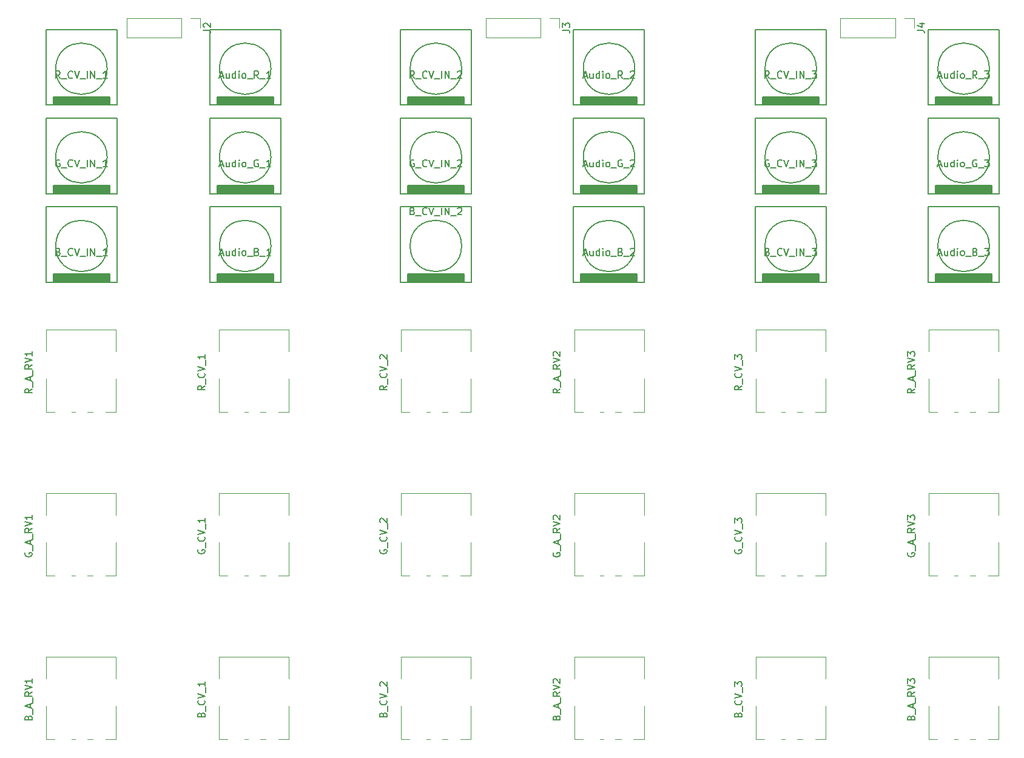
<source format=gbr>
%TF.GenerationSoftware,KiCad,Pcbnew,(5.1.8)-1*%
%TF.CreationDate,2021-01-26T23:12:48-05:00*%
%TF.ProjectId,LedController2,4c656443-6f6e-4747-926f-6c6c6572322e,rev?*%
%TF.SameCoordinates,Original*%
%TF.FileFunction,Legend,Top*%
%TF.FilePolarity,Positive*%
%FSLAX46Y46*%
G04 Gerber Fmt 4.6, Leading zero omitted, Abs format (unit mm)*
G04 Created by KiCad (PCBNEW (5.1.8)-1) date 2021-01-26 23:12:48*
%MOMM*%
%LPD*%
G01*
G04 APERTURE LIST*
%ADD10C,0.150000*%
%ADD11C,0.120000*%
G04 APERTURE END LIST*
D10*
%TO.C,G_CV_IN_3*%
G36*
X103313000Y-26352500D02*
G01*
X103313000Y-25209500D01*
X111187000Y-25209500D01*
X111187000Y-26352500D01*
X103313000Y-26352500D01*
G37*
X103313000Y-26352500D02*
X103313000Y-25209500D01*
X111187000Y-25209500D01*
X111187000Y-26352500D01*
X103313000Y-26352500D01*
X102297000Y-26352500D02*
X102297000Y-15811500D01*
X112203000Y-26352500D02*
X102297000Y-26352500D01*
X112203000Y-15811500D02*
X112203000Y-26352500D01*
X102297000Y-15811500D02*
X112203000Y-15811500D01*
X110842102Y-21272500D02*
G75*
G03*
X110842102Y-21272500I-3592102J0D01*
G01*
%TO.C,B_CV_IN_3*%
G36*
X103313000Y-38735000D02*
G01*
X103313000Y-37592000D01*
X111187000Y-37592000D01*
X111187000Y-38735000D01*
X103313000Y-38735000D01*
G37*
X103313000Y-38735000D02*
X103313000Y-37592000D01*
X111187000Y-37592000D01*
X111187000Y-38735000D01*
X103313000Y-38735000D01*
X102297000Y-38735000D02*
X102297000Y-28194000D01*
X112203000Y-38735000D02*
X102297000Y-38735000D01*
X112203000Y-28194000D02*
X112203000Y-38735000D01*
X102297000Y-28194000D02*
X112203000Y-28194000D01*
X110842102Y-33655000D02*
G75*
G03*
X110842102Y-33655000I-3592102J0D01*
G01*
%TO.C,R_CV_IN_3*%
G36*
X103313000Y-13970000D02*
G01*
X103313000Y-12827000D01*
X111187000Y-12827000D01*
X111187000Y-13970000D01*
X103313000Y-13970000D01*
G37*
X103313000Y-13970000D02*
X103313000Y-12827000D01*
X111187000Y-12827000D01*
X111187000Y-13970000D01*
X103313000Y-13970000D01*
X102297000Y-13970000D02*
X102297000Y-3429000D01*
X112203000Y-13970000D02*
X102297000Y-13970000D01*
X112203000Y-3429000D02*
X112203000Y-13970000D01*
X102297000Y-3429000D02*
X112203000Y-3429000D01*
X110842102Y-8890000D02*
G75*
G03*
X110842102Y-8890000I-3592102J0D01*
G01*
%TO.C,G_CV_IN_2*%
G36*
X53783000Y-26352500D02*
G01*
X53783000Y-25209500D01*
X61657000Y-25209500D01*
X61657000Y-26352500D01*
X53783000Y-26352500D01*
G37*
X53783000Y-26352500D02*
X53783000Y-25209500D01*
X61657000Y-25209500D01*
X61657000Y-26352500D01*
X53783000Y-26352500D01*
X52767000Y-26352500D02*
X52767000Y-15811500D01*
X62673000Y-26352500D02*
X52767000Y-26352500D01*
X62673000Y-15811500D02*
X62673000Y-26352500D01*
X52767000Y-15811500D02*
X62673000Y-15811500D01*
X61312102Y-21272500D02*
G75*
G03*
X61312102Y-21272500I-3592102J0D01*
G01*
%TO.C,B_CV_IN_2*%
G36*
X53783000Y-38735000D02*
G01*
X53783000Y-37592000D01*
X61657000Y-37592000D01*
X61657000Y-38735000D01*
X53783000Y-38735000D01*
G37*
X53783000Y-38735000D02*
X53783000Y-37592000D01*
X61657000Y-37592000D01*
X61657000Y-38735000D01*
X53783000Y-38735000D01*
X52767000Y-38735000D02*
X52767000Y-28194000D01*
X62673000Y-38735000D02*
X52767000Y-38735000D01*
X62673000Y-28194000D02*
X62673000Y-38735000D01*
X52767000Y-28194000D02*
X62673000Y-28194000D01*
X61312102Y-33655000D02*
G75*
G03*
X61312102Y-33655000I-3592102J0D01*
G01*
%TO.C,R_CV_IN_2*%
G36*
X53783000Y-13970000D02*
G01*
X53783000Y-12827000D01*
X61657000Y-12827000D01*
X61657000Y-13970000D01*
X53783000Y-13970000D01*
G37*
X53783000Y-13970000D02*
X53783000Y-12827000D01*
X61657000Y-12827000D01*
X61657000Y-13970000D01*
X53783000Y-13970000D01*
X52767000Y-13970000D02*
X52767000Y-3429000D01*
X62673000Y-13970000D02*
X52767000Y-13970000D01*
X62673000Y-3429000D02*
X62673000Y-13970000D01*
X52767000Y-3429000D02*
X62673000Y-3429000D01*
X61312102Y-8890000D02*
G75*
G03*
X61312102Y-8890000I-3592102J0D01*
G01*
%TO.C,G_CV_IN_1*%
G36*
X4318000Y-26352500D02*
G01*
X4318000Y-25209500D01*
X12192000Y-25209500D01*
X12192000Y-26352500D01*
X4318000Y-26352500D01*
G37*
X4318000Y-26352500D02*
X4318000Y-25209500D01*
X12192000Y-25209500D01*
X12192000Y-26352500D01*
X4318000Y-26352500D01*
X3302000Y-26352500D02*
X3302000Y-15811500D01*
X13208000Y-26352500D02*
X3302000Y-26352500D01*
X13208000Y-15811500D02*
X13208000Y-26352500D01*
X3302000Y-15811500D02*
X13208000Y-15811500D01*
X11847102Y-21272500D02*
G75*
G03*
X11847102Y-21272500I-3592102J0D01*
G01*
%TO.C,B_CV_IN_1*%
G36*
X4318000Y-38735000D02*
G01*
X4318000Y-37592000D01*
X12192000Y-37592000D01*
X12192000Y-38735000D01*
X4318000Y-38735000D01*
G37*
X4318000Y-38735000D02*
X4318000Y-37592000D01*
X12192000Y-37592000D01*
X12192000Y-38735000D01*
X4318000Y-38735000D01*
X3302000Y-38735000D02*
X3302000Y-28194000D01*
X13208000Y-38735000D02*
X3302000Y-38735000D01*
X13208000Y-28194000D02*
X13208000Y-38735000D01*
X3302000Y-28194000D02*
X13208000Y-28194000D01*
X11847102Y-33655000D02*
G75*
G03*
X11847102Y-33655000I-3592102J0D01*
G01*
%TO.C,R_CV_IN_1*%
G36*
X4318000Y-13970000D02*
G01*
X4318000Y-12827000D01*
X12192000Y-12827000D01*
X12192000Y-13970000D01*
X4318000Y-13970000D01*
G37*
X4318000Y-13970000D02*
X4318000Y-12827000D01*
X12192000Y-12827000D01*
X12192000Y-13970000D01*
X4318000Y-13970000D01*
X3302000Y-13970000D02*
X3302000Y-3429000D01*
X13208000Y-13970000D02*
X3302000Y-13970000D01*
X13208000Y-3429000D02*
X13208000Y-13970000D01*
X3302000Y-3429000D02*
X13208000Y-3429000D01*
X11847102Y-8890000D02*
G75*
G03*
X11847102Y-8890000I-3592102J0D01*
G01*
%TO.C,Audio_R_3*%
G36*
X127443000Y-13970000D02*
G01*
X127443000Y-12827000D01*
X135317000Y-12827000D01*
X135317000Y-13970000D01*
X127443000Y-13970000D01*
G37*
X127443000Y-13970000D02*
X127443000Y-12827000D01*
X135317000Y-12827000D01*
X135317000Y-13970000D01*
X127443000Y-13970000D01*
X126427000Y-13970000D02*
X126427000Y-3429000D01*
X136333000Y-13970000D02*
X126427000Y-13970000D01*
X136333000Y-3429000D02*
X136333000Y-13970000D01*
X126427000Y-3429000D02*
X136333000Y-3429000D01*
X134972102Y-8890000D02*
G75*
G03*
X134972102Y-8890000I-3592102J0D01*
G01*
%TO.C,Audio_B_3*%
G36*
X127443000Y-38735000D02*
G01*
X127443000Y-37592000D01*
X135317000Y-37592000D01*
X135317000Y-38735000D01*
X127443000Y-38735000D01*
G37*
X127443000Y-38735000D02*
X127443000Y-37592000D01*
X135317000Y-37592000D01*
X135317000Y-38735000D01*
X127443000Y-38735000D01*
X126427000Y-38735000D02*
X126427000Y-28194000D01*
X136333000Y-38735000D02*
X126427000Y-38735000D01*
X136333000Y-28194000D02*
X136333000Y-38735000D01*
X126427000Y-28194000D02*
X136333000Y-28194000D01*
X134972102Y-33655000D02*
G75*
G03*
X134972102Y-33655000I-3592102J0D01*
G01*
%TO.C,Audio_G_3*%
G36*
X127443000Y-26352500D02*
G01*
X127443000Y-25209500D01*
X135317000Y-25209500D01*
X135317000Y-26352500D01*
X127443000Y-26352500D01*
G37*
X127443000Y-26352500D02*
X127443000Y-25209500D01*
X135317000Y-25209500D01*
X135317000Y-26352500D01*
X127443000Y-26352500D01*
X126427000Y-26352500D02*
X126427000Y-15811500D01*
X136333000Y-26352500D02*
X126427000Y-26352500D01*
X136333000Y-15811500D02*
X136333000Y-26352500D01*
X126427000Y-15811500D02*
X136333000Y-15811500D01*
X134972102Y-21272500D02*
G75*
G03*
X134972102Y-21272500I-3592102J0D01*
G01*
%TO.C,Audio_R_2*%
G36*
X77953000Y-13970000D02*
G01*
X77953000Y-12827000D01*
X85827000Y-12827000D01*
X85827000Y-13970000D01*
X77953000Y-13970000D01*
G37*
X77953000Y-13970000D02*
X77953000Y-12827000D01*
X85827000Y-12827000D01*
X85827000Y-13970000D01*
X77953000Y-13970000D01*
X76937000Y-13970000D02*
X76937000Y-3429000D01*
X86843000Y-13970000D02*
X76937000Y-13970000D01*
X86843000Y-3429000D02*
X86843000Y-13970000D01*
X76937000Y-3429000D02*
X86843000Y-3429000D01*
X85482102Y-8890000D02*
G75*
G03*
X85482102Y-8890000I-3592102J0D01*
G01*
%TO.C,Audio_B_2*%
G36*
X77953000Y-38735000D02*
G01*
X77953000Y-37592000D01*
X85827000Y-37592000D01*
X85827000Y-38735000D01*
X77953000Y-38735000D01*
G37*
X77953000Y-38735000D02*
X77953000Y-37592000D01*
X85827000Y-37592000D01*
X85827000Y-38735000D01*
X77953000Y-38735000D01*
X76937000Y-38735000D02*
X76937000Y-28194000D01*
X86843000Y-38735000D02*
X76937000Y-38735000D01*
X86843000Y-28194000D02*
X86843000Y-38735000D01*
X76937000Y-28194000D02*
X86843000Y-28194000D01*
X85482102Y-33655000D02*
G75*
G03*
X85482102Y-33655000I-3592102J0D01*
G01*
%TO.C,Audio_G_2*%
G36*
X77953000Y-26352500D02*
G01*
X77953000Y-25209500D01*
X85827000Y-25209500D01*
X85827000Y-26352500D01*
X77953000Y-26352500D01*
G37*
X77953000Y-26352500D02*
X77953000Y-25209500D01*
X85827000Y-25209500D01*
X85827000Y-26352500D01*
X77953000Y-26352500D01*
X76937000Y-26352500D02*
X76937000Y-15811500D01*
X86843000Y-26352500D02*
X76937000Y-26352500D01*
X86843000Y-15811500D02*
X86843000Y-26352500D01*
X76937000Y-15811500D02*
X86843000Y-15811500D01*
X85482102Y-21272500D02*
G75*
G03*
X85482102Y-21272500I-3592102J0D01*
G01*
%TO.C,Audio_R_1*%
G36*
X27178000Y-13970000D02*
G01*
X27178000Y-12827000D01*
X35052000Y-12827000D01*
X35052000Y-13970000D01*
X27178000Y-13970000D01*
G37*
X27178000Y-13970000D02*
X27178000Y-12827000D01*
X35052000Y-12827000D01*
X35052000Y-13970000D01*
X27178000Y-13970000D01*
X26162000Y-13970000D02*
X26162000Y-3429000D01*
X36068000Y-13970000D02*
X26162000Y-13970000D01*
X36068000Y-3429000D02*
X36068000Y-13970000D01*
X26162000Y-3429000D02*
X36068000Y-3429000D01*
X34707102Y-8890000D02*
G75*
G03*
X34707102Y-8890000I-3592102J0D01*
G01*
%TO.C,Audio_B_1*%
G36*
X27178000Y-38735000D02*
G01*
X27178000Y-37592000D01*
X35052000Y-37592000D01*
X35052000Y-38735000D01*
X27178000Y-38735000D01*
G37*
X27178000Y-38735000D02*
X27178000Y-37592000D01*
X35052000Y-37592000D01*
X35052000Y-38735000D01*
X27178000Y-38735000D01*
X26162000Y-38735000D02*
X26162000Y-28194000D01*
X36068000Y-38735000D02*
X26162000Y-38735000D01*
X36068000Y-28194000D02*
X36068000Y-38735000D01*
X26162000Y-28194000D02*
X36068000Y-28194000D01*
X34707102Y-33655000D02*
G75*
G03*
X34707102Y-33655000I-3592102J0D01*
G01*
%TO.C,Audio_G_1*%
G36*
X27178000Y-26352500D02*
G01*
X27178000Y-25209500D01*
X35052000Y-25209500D01*
X35052000Y-26352500D01*
X27178000Y-26352500D01*
G37*
X27178000Y-26352500D02*
X27178000Y-25209500D01*
X35052000Y-25209500D01*
X35052000Y-26352500D01*
X27178000Y-26352500D01*
X26162000Y-26352500D02*
X26162000Y-15811500D01*
X36068000Y-26352500D02*
X26162000Y-26352500D01*
X36068000Y-15811500D02*
X36068000Y-26352500D01*
X26162000Y-15811500D02*
X36068000Y-15811500D01*
X34707102Y-21272500D02*
G75*
G03*
X34707102Y-21272500I-3592102J0D01*
G01*
D11*
%TO.C,G_CV_3*%
X112145000Y-68175000D02*
X102405000Y-68175000D01*
X112145000Y-79765000D02*
X110655000Y-79765000D01*
X112145000Y-71235000D02*
X112145000Y-68175000D01*
X102395000Y-79765000D02*
X102395000Y-75045000D01*
X102405000Y-71235000D02*
X102405000Y-68175000D01*
X112145000Y-79765000D02*
X112145000Y-75045000D01*
X103585000Y-79765000D02*
X102405000Y-79765000D01*
X106485000Y-79765000D02*
X105955000Y-79765000D01*
X108935000Y-79765000D02*
X108105000Y-79765000D01*
%TO.C,B_CV_3*%
X112145000Y-91035000D02*
X102405000Y-91035000D01*
X112145000Y-102625000D02*
X110655000Y-102625000D01*
X112145000Y-94095000D02*
X112145000Y-91035000D01*
X102395000Y-102625000D02*
X102395000Y-97905000D01*
X102405000Y-94095000D02*
X102405000Y-91035000D01*
X112145000Y-102625000D02*
X112145000Y-97905000D01*
X103585000Y-102625000D02*
X102405000Y-102625000D01*
X106485000Y-102625000D02*
X105955000Y-102625000D01*
X108935000Y-102625000D02*
X108105000Y-102625000D01*
%TO.C,R_CV_3*%
X112145000Y-45315000D02*
X102405000Y-45315000D01*
X112145000Y-56905000D02*
X110655000Y-56905000D01*
X112145000Y-48375000D02*
X112145000Y-45315000D01*
X102395000Y-56905000D02*
X102395000Y-52185000D01*
X102405000Y-48375000D02*
X102405000Y-45315000D01*
X112145000Y-56905000D02*
X112145000Y-52185000D01*
X103585000Y-56905000D02*
X102405000Y-56905000D01*
X106485000Y-56905000D02*
X105955000Y-56905000D01*
X108935000Y-56905000D02*
X108105000Y-56905000D01*
%TO.C,G_CV_2*%
X62615000Y-68175000D02*
X52875000Y-68175000D01*
X62615000Y-79765000D02*
X61125000Y-79765000D01*
X62615000Y-71235000D02*
X62615000Y-68175000D01*
X52865000Y-79765000D02*
X52865000Y-75045000D01*
X52875000Y-71235000D02*
X52875000Y-68175000D01*
X62615000Y-79765000D02*
X62615000Y-75045000D01*
X54055000Y-79765000D02*
X52875000Y-79765000D01*
X56955000Y-79765000D02*
X56425000Y-79765000D01*
X59405000Y-79765000D02*
X58575000Y-79765000D01*
%TO.C,B_CV_2*%
X62615000Y-91035000D02*
X52875000Y-91035000D01*
X62615000Y-102625000D02*
X61125000Y-102625000D01*
X62615000Y-94095000D02*
X62615000Y-91035000D01*
X52865000Y-102625000D02*
X52865000Y-97905000D01*
X52875000Y-94095000D02*
X52875000Y-91035000D01*
X62615000Y-102625000D02*
X62615000Y-97905000D01*
X54055000Y-102625000D02*
X52875000Y-102625000D01*
X56955000Y-102625000D02*
X56425000Y-102625000D01*
X59405000Y-102625000D02*
X58575000Y-102625000D01*
%TO.C,R_CV_2*%
X62615000Y-45315000D02*
X52875000Y-45315000D01*
X62615000Y-56905000D02*
X61125000Y-56905000D01*
X62615000Y-48375000D02*
X62615000Y-45315000D01*
X52865000Y-56905000D02*
X52865000Y-52185000D01*
X52875000Y-48375000D02*
X52875000Y-45315000D01*
X62615000Y-56905000D02*
X62615000Y-52185000D01*
X54055000Y-56905000D02*
X52875000Y-56905000D01*
X56955000Y-56905000D02*
X56425000Y-56905000D01*
X59405000Y-56905000D02*
X58575000Y-56905000D01*
%TO.C,G_CV_1*%
X37215000Y-68175000D02*
X27475000Y-68175000D01*
X37215000Y-79765000D02*
X35725000Y-79765000D01*
X37215000Y-71235000D02*
X37215000Y-68175000D01*
X27465000Y-79765000D02*
X27465000Y-75045000D01*
X27475000Y-71235000D02*
X27475000Y-68175000D01*
X37215000Y-79765000D02*
X37215000Y-75045000D01*
X28655000Y-79765000D02*
X27475000Y-79765000D01*
X31555000Y-79765000D02*
X31025000Y-79765000D01*
X34005000Y-79765000D02*
X33175000Y-79765000D01*
%TO.C,B_CV_1*%
X37215000Y-91035000D02*
X27475000Y-91035000D01*
X37215000Y-102625000D02*
X35725000Y-102625000D01*
X37215000Y-94095000D02*
X37215000Y-91035000D01*
X27465000Y-102625000D02*
X27465000Y-97905000D01*
X27475000Y-94095000D02*
X27475000Y-91035000D01*
X37215000Y-102625000D02*
X37215000Y-97905000D01*
X28655000Y-102625000D02*
X27475000Y-102625000D01*
X31555000Y-102625000D02*
X31025000Y-102625000D01*
X34005000Y-102625000D02*
X33175000Y-102625000D01*
%TO.C,R_CV_1*%
X37215000Y-45315000D02*
X27475000Y-45315000D01*
X37215000Y-56905000D02*
X35725000Y-56905000D01*
X37215000Y-48375000D02*
X37215000Y-45315000D01*
X27465000Y-56905000D02*
X27465000Y-52185000D01*
X27475000Y-48375000D02*
X27475000Y-45315000D01*
X37215000Y-56905000D02*
X37215000Y-52185000D01*
X28655000Y-56905000D02*
X27475000Y-56905000D01*
X31555000Y-56905000D02*
X31025000Y-56905000D01*
X34005000Y-56905000D02*
X33175000Y-56905000D01*
%TO.C,B_A_RV1*%
X13085000Y-91035000D02*
X3345000Y-91035000D01*
X13085000Y-102625000D02*
X11595000Y-102625000D01*
X13085000Y-94095000D02*
X13085000Y-91035000D01*
X3335000Y-102625000D02*
X3335000Y-97905000D01*
X3345000Y-94095000D02*
X3345000Y-91035000D01*
X13085000Y-102625000D02*
X13085000Y-97905000D01*
X4525000Y-102625000D02*
X3345000Y-102625000D01*
X7425000Y-102625000D02*
X6895000Y-102625000D01*
X9875000Y-102625000D02*
X9045000Y-102625000D01*
%TO.C,R_A_RV3*%
X136275000Y-45315000D02*
X126535000Y-45315000D01*
X136275000Y-56905000D02*
X134785000Y-56905000D01*
X136275000Y-48375000D02*
X136275000Y-45315000D01*
X126525000Y-56905000D02*
X126525000Y-52185000D01*
X126535000Y-48375000D02*
X126535000Y-45315000D01*
X136275000Y-56905000D02*
X136275000Y-52185000D01*
X127715000Y-56905000D02*
X126535000Y-56905000D01*
X130615000Y-56905000D02*
X130085000Y-56905000D01*
X133065000Y-56905000D02*
X132235000Y-56905000D01*
%TO.C,B_A_RV3*%
X136275000Y-91035000D02*
X126535000Y-91035000D01*
X136275000Y-102625000D02*
X134785000Y-102625000D01*
X136275000Y-94095000D02*
X136275000Y-91035000D01*
X126525000Y-102625000D02*
X126525000Y-97905000D01*
X126535000Y-94095000D02*
X126535000Y-91035000D01*
X136275000Y-102625000D02*
X136275000Y-97905000D01*
X127715000Y-102625000D02*
X126535000Y-102625000D01*
X130615000Y-102625000D02*
X130085000Y-102625000D01*
X133065000Y-102625000D02*
X132235000Y-102625000D01*
%TO.C,G_A_RV3*%
X136275000Y-68175000D02*
X126535000Y-68175000D01*
X136275000Y-79765000D02*
X134785000Y-79765000D01*
X136275000Y-71235000D02*
X136275000Y-68175000D01*
X126525000Y-79765000D02*
X126525000Y-75045000D01*
X126535000Y-71235000D02*
X126535000Y-68175000D01*
X136275000Y-79765000D02*
X136275000Y-75045000D01*
X127715000Y-79765000D02*
X126535000Y-79765000D01*
X130615000Y-79765000D02*
X130085000Y-79765000D01*
X133065000Y-79765000D02*
X132235000Y-79765000D01*
%TO.C,R_A_RV2*%
X86785000Y-45315000D02*
X77045000Y-45315000D01*
X86785000Y-56905000D02*
X85295000Y-56905000D01*
X86785000Y-48375000D02*
X86785000Y-45315000D01*
X77035000Y-56905000D02*
X77035000Y-52185000D01*
X77045000Y-48375000D02*
X77045000Y-45315000D01*
X86785000Y-56905000D02*
X86785000Y-52185000D01*
X78225000Y-56905000D02*
X77045000Y-56905000D01*
X81125000Y-56905000D02*
X80595000Y-56905000D01*
X83575000Y-56905000D02*
X82745000Y-56905000D01*
%TO.C,B_A_RV2*%
X86785000Y-91035000D02*
X77045000Y-91035000D01*
X86785000Y-102625000D02*
X85295000Y-102625000D01*
X86785000Y-94095000D02*
X86785000Y-91035000D01*
X77035000Y-102625000D02*
X77035000Y-97905000D01*
X77045000Y-94095000D02*
X77045000Y-91035000D01*
X86785000Y-102625000D02*
X86785000Y-97905000D01*
X78225000Y-102625000D02*
X77045000Y-102625000D01*
X81125000Y-102625000D02*
X80595000Y-102625000D01*
X83575000Y-102625000D02*
X82745000Y-102625000D01*
%TO.C,G_A_RV2*%
X86785000Y-68175000D02*
X77045000Y-68175000D01*
X86785000Y-79765000D02*
X85295000Y-79765000D01*
X86785000Y-71235000D02*
X86785000Y-68175000D01*
X77035000Y-79765000D02*
X77035000Y-75045000D01*
X77045000Y-71235000D02*
X77045000Y-68175000D01*
X86785000Y-79765000D02*
X86785000Y-75045000D01*
X78225000Y-79765000D02*
X77045000Y-79765000D01*
X81125000Y-79765000D02*
X80595000Y-79765000D01*
X83575000Y-79765000D02*
X82745000Y-79765000D01*
%TO.C,R_A_RV1*%
X13085000Y-45315000D02*
X3345000Y-45315000D01*
X13085000Y-56905000D02*
X11595000Y-56905000D01*
X13085000Y-48375000D02*
X13085000Y-45315000D01*
X3335000Y-56905000D02*
X3335000Y-52185000D01*
X3345000Y-48375000D02*
X3345000Y-45315000D01*
X13085000Y-56905000D02*
X13085000Y-52185000D01*
X4525000Y-56905000D02*
X3345000Y-56905000D01*
X7425000Y-56905000D02*
X6895000Y-56905000D01*
X9875000Y-56905000D02*
X9045000Y-56905000D01*
%TO.C,G_A_RV1*%
X13085000Y-68175000D02*
X3345000Y-68175000D01*
X13085000Y-79765000D02*
X11595000Y-79765000D01*
X13085000Y-71235000D02*
X13085000Y-68175000D01*
X3335000Y-79765000D02*
X3335000Y-75045000D01*
X3345000Y-71235000D02*
X3345000Y-68175000D01*
X13085000Y-79765000D02*
X13085000Y-75045000D01*
X4525000Y-79765000D02*
X3345000Y-79765000D01*
X7425000Y-79765000D02*
X6895000Y-79765000D01*
X9875000Y-79765000D02*
X9045000Y-79765000D01*
%TO.C,J4*%
X114190000Y-1845000D02*
X114190000Y-4505000D01*
X121870000Y-1845000D02*
X114190000Y-1845000D01*
X121870000Y-4505000D02*
X114190000Y-4505000D01*
X121870000Y-1845000D02*
X121870000Y-4505000D01*
X123140000Y-1845000D02*
X124470000Y-1845000D01*
X124470000Y-1845000D02*
X124470000Y-3175000D01*
%TO.C,J3*%
X64680000Y-1845000D02*
X64680000Y-4505000D01*
X72360000Y-1845000D02*
X64680000Y-1845000D01*
X72360000Y-4505000D02*
X64680000Y-4505000D01*
X72360000Y-1845000D02*
X72360000Y-4505000D01*
X73630000Y-1845000D02*
X74960000Y-1845000D01*
X74960000Y-1845000D02*
X74960000Y-3175000D01*
%TO.C,J2*%
X14560000Y-1845000D02*
X14560000Y-4505000D01*
X22240000Y-1845000D02*
X14560000Y-1845000D01*
X22240000Y-4505000D02*
X14560000Y-4505000D01*
X22240000Y-1845000D02*
X22240000Y-4505000D01*
X23510000Y-1845000D02*
X24840000Y-1845000D01*
X24840000Y-1845000D02*
X24840000Y-3175000D01*
%TO.C,G_CV_IN_3*%
D10*
X104202380Y-21661500D02*
X104107142Y-21613880D01*
X103964285Y-21613880D01*
X103821428Y-21661500D01*
X103726190Y-21756738D01*
X103678571Y-21851976D01*
X103630952Y-22042452D01*
X103630952Y-22185309D01*
X103678571Y-22375785D01*
X103726190Y-22471023D01*
X103821428Y-22566261D01*
X103964285Y-22613880D01*
X104059523Y-22613880D01*
X104202380Y-22566261D01*
X104250000Y-22518642D01*
X104250000Y-22185309D01*
X104059523Y-22185309D01*
X104440476Y-22709119D02*
X105202380Y-22709119D01*
X106011904Y-22518642D02*
X105964285Y-22566261D01*
X105821428Y-22613880D01*
X105726190Y-22613880D01*
X105583333Y-22566261D01*
X105488095Y-22471023D01*
X105440476Y-22375785D01*
X105392857Y-22185309D01*
X105392857Y-22042452D01*
X105440476Y-21851976D01*
X105488095Y-21756738D01*
X105583333Y-21661500D01*
X105726190Y-21613880D01*
X105821428Y-21613880D01*
X105964285Y-21661500D01*
X106011904Y-21709119D01*
X106297619Y-21613880D02*
X106630952Y-22613880D01*
X106964285Y-21613880D01*
X107059523Y-22709119D02*
X107821428Y-22709119D01*
X108059523Y-22613880D02*
X108059523Y-21613880D01*
X108535714Y-22613880D02*
X108535714Y-21613880D01*
X109107142Y-22613880D01*
X109107142Y-21613880D01*
X109345238Y-22709119D02*
X110107142Y-22709119D01*
X110250000Y-21613880D02*
X110869047Y-21613880D01*
X110535714Y-21994833D01*
X110678571Y-21994833D01*
X110773809Y-22042452D01*
X110821428Y-22090071D01*
X110869047Y-22185309D01*
X110869047Y-22423404D01*
X110821428Y-22518642D01*
X110773809Y-22566261D01*
X110678571Y-22613880D01*
X110392857Y-22613880D01*
X110297619Y-22566261D01*
X110250000Y-22518642D01*
%TO.C,B_CV_IN_3*%
X104011904Y-34472571D02*
X104154761Y-34520190D01*
X104202380Y-34567809D01*
X104250000Y-34663047D01*
X104250000Y-34805904D01*
X104202380Y-34901142D01*
X104154761Y-34948761D01*
X104059523Y-34996380D01*
X103678571Y-34996380D01*
X103678571Y-33996380D01*
X104011904Y-33996380D01*
X104107142Y-34044000D01*
X104154761Y-34091619D01*
X104202380Y-34186857D01*
X104202380Y-34282095D01*
X104154761Y-34377333D01*
X104107142Y-34424952D01*
X104011904Y-34472571D01*
X103678571Y-34472571D01*
X104440476Y-35091619D02*
X105202380Y-35091619D01*
X106011904Y-34901142D02*
X105964285Y-34948761D01*
X105821428Y-34996380D01*
X105726190Y-34996380D01*
X105583333Y-34948761D01*
X105488095Y-34853523D01*
X105440476Y-34758285D01*
X105392857Y-34567809D01*
X105392857Y-34424952D01*
X105440476Y-34234476D01*
X105488095Y-34139238D01*
X105583333Y-34044000D01*
X105726190Y-33996380D01*
X105821428Y-33996380D01*
X105964285Y-34044000D01*
X106011904Y-34091619D01*
X106297619Y-33996380D02*
X106630952Y-34996380D01*
X106964285Y-33996380D01*
X107059523Y-35091619D02*
X107821428Y-35091619D01*
X108059523Y-34996380D02*
X108059523Y-33996380D01*
X108535714Y-34996380D02*
X108535714Y-33996380D01*
X109107142Y-34996380D01*
X109107142Y-33996380D01*
X109345238Y-35091619D02*
X110107142Y-35091619D01*
X110250000Y-33996380D02*
X110869047Y-33996380D01*
X110535714Y-34377333D01*
X110678571Y-34377333D01*
X110773809Y-34424952D01*
X110821428Y-34472571D01*
X110869047Y-34567809D01*
X110869047Y-34805904D01*
X110821428Y-34901142D01*
X110773809Y-34948761D01*
X110678571Y-34996380D01*
X110392857Y-34996380D01*
X110297619Y-34948761D01*
X110250000Y-34901142D01*
%TO.C,R_CV_IN_3*%
X104250000Y-10231380D02*
X103916666Y-9755190D01*
X103678571Y-10231380D02*
X103678571Y-9231380D01*
X104059523Y-9231380D01*
X104154761Y-9279000D01*
X104202380Y-9326619D01*
X104250000Y-9421857D01*
X104250000Y-9564714D01*
X104202380Y-9659952D01*
X104154761Y-9707571D01*
X104059523Y-9755190D01*
X103678571Y-9755190D01*
X104440476Y-10326619D02*
X105202380Y-10326619D01*
X106011904Y-10136142D02*
X105964285Y-10183761D01*
X105821428Y-10231380D01*
X105726190Y-10231380D01*
X105583333Y-10183761D01*
X105488095Y-10088523D01*
X105440476Y-9993285D01*
X105392857Y-9802809D01*
X105392857Y-9659952D01*
X105440476Y-9469476D01*
X105488095Y-9374238D01*
X105583333Y-9279000D01*
X105726190Y-9231380D01*
X105821428Y-9231380D01*
X105964285Y-9279000D01*
X106011904Y-9326619D01*
X106297619Y-9231380D02*
X106630952Y-10231380D01*
X106964285Y-9231380D01*
X107059523Y-10326619D02*
X107821428Y-10326619D01*
X108059523Y-10231380D02*
X108059523Y-9231380D01*
X108535714Y-10231380D02*
X108535714Y-9231380D01*
X109107142Y-10231380D01*
X109107142Y-9231380D01*
X109345238Y-10326619D02*
X110107142Y-10326619D01*
X110250000Y-9231380D02*
X110869047Y-9231380D01*
X110535714Y-9612333D01*
X110678571Y-9612333D01*
X110773809Y-9659952D01*
X110821428Y-9707571D01*
X110869047Y-9802809D01*
X110869047Y-10040904D01*
X110821428Y-10136142D01*
X110773809Y-10183761D01*
X110678571Y-10231380D01*
X110392857Y-10231380D01*
X110297619Y-10183761D01*
X110250000Y-10136142D01*
%TO.C,G_CV_IN_2*%
X54672380Y-21661500D02*
X54577142Y-21613880D01*
X54434285Y-21613880D01*
X54291428Y-21661500D01*
X54196190Y-21756738D01*
X54148571Y-21851976D01*
X54100952Y-22042452D01*
X54100952Y-22185309D01*
X54148571Y-22375785D01*
X54196190Y-22471023D01*
X54291428Y-22566261D01*
X54434285Y-22613880D01*
X54529523Y-22613880D01*
X54672380Y-22566261D01*
X54720000Y-22518642D01*
X54720000Y-22185309D01*
X54529523Y-22185309D01*
X54910476Y-22709119D02*
X55672380Y-22709119D01*
X56481904Y-22518642D02*
X56434285Y-22566261D01*
X56291428Y-22613880D01*
X56196190Y-22613880D01*
X56053333Y-22566261D01*
X55958095Y-22471023D01*
X55910476Y-22375785D01*
X55862857Y-22185309D01*
X55862857Y-22042452D01*
X55910476Y-21851976D01*
X55958095Y-21756738D01*
X56053333Y-21661500D01*
X56196190Y-21613880D01*
X56291428Y-21613880D01*
X56434285Y-21661500D01*
X56481904Y-21709119D01*
X56767619Y-21613880D02*
X57100952Y-22613880D01*
X57434285Y-21613880D01*
X57529523Y-22709119D02*
X58291428Y-22709119D01*
X58529523Y-22613880D02*
X58529523Y-21613880D01*
X59005714Y-22613880D02*
X59005714Y-21613880D01*
X59577142Y-22613880D01*
X59577142Y-21613880D01*
X59815238Y-22709119D02*
X60577142Y-22709119D01*
X60767619Y-21709119D02*
X60815238Y-21661500D01*
X60910476Y-21613880D01*
X61148571Y-21613880D01*
X61243809Y-21661500D01*
X61291428Y-21709119D01*
X61339047Y-21804357D01*
X61339047Y-21899595D01*
X61291428Y-22042452D01*
X60720000Y-22613880D01*
X61339047Y-22613880D01*
%TO.C,B_CV_IN_2*%
X54481904Y-28779071D02*
X54624761Y-28826690D01*
X54672380Y-28874309D01*
X54720000Y-28969547D01*
X54720000Y-29112404D01*
X54672380Y-29207642D01*
X54624761Y-29255261D01*
X54529523Y-29302880D01*
X54148571Y-29302880D01*
X54148571Y-28302880D01*
X54481904Y-28302880D01*
X54577142Y-28350500D01*
X54624761Y-28398119D01*
X54672380Y-28493357D01*
X54672380Y-28588595D01*
X54624761Y-28683833D01*
X54577142Y-28731452D01*
X54481904Y-28779071D01*
X54148571Y-28779071D01*
X54910476Y-29398119D02*
X55672380Y-29398119D01*
X56481904Y-29207642D02*
X56434285Y-29255261D01*
X56291428Y-29302880D01*
X56196190Y-29302880D01*
X56053333Y-29255261D01*
X55958095Y-29160023D01*
X55910476Y-29064785D01*
X55862857Y-28874309D01*
X55862857Y-28731452D01*
X55910476Y-28540976D01*
X55958095Y-28445738D01*
X56053333Y-28350500D01*
X56196190Y-28302880D01*
X56291428Y-28302880D01*
X56434285Y-28350500D01*
X56481904Y-28398119D01*
X56767619Y-28302880D02*
X57100952Y-29302880D01*
X57434285Y-28302880D01*
X57529523Y-29398119D02*
X58291428Y-29398119D01*
X58529523Y-29302880D02*
X58529523Y-28302880D01*
X59005714Y-29302880D02*
X59005714Y-28302880D01*
X59577142Y-29302880D01*
X59577142Y-28302880D01*
X59815238Y-29398119D02*
X60577142Y-29398119D01*
X60767619Y-28398119D02*
X60815238Y-28350500D01*
X60910476Y-28302880D01*
X61148571Y-28302880D01*
X61243809Y-28350500D01*
X61291428Y-28398119D01*
X61339047Y-28493357D01*
X61339047Y-28588595D01*
X61291428Y-28731452D01*
X60720000Y-29302880D01*
X61339047Y-29302880D01*
%TO.C,R_CV_IN_2*%
X54720000Y-10231380D02*
X54386666Y-9755190D01*
X54148571Y-10231380D02*
X54148571Y-9231380D01*
X54529523Y-9231380D01*
X54624761Y-9279000D01*
X54672380Y-9326619D01*
X54720000Y-9421857D01*
X54720000Y-9564714D01*
X54672380Y-9659952D01*
X54624761Y-9707571D01*
X54529523Y-9755190D01*
X54148571Y-9755190D01*
X54910476Y-10326619D02*
X55672380Y-10326619D01*
X56481904Y-10136142D02*
X56434285Y-10183761D01*
X56291428Y-10231380D01*
X56196190Y-10231380D01*
X56053333Y-10183761D01*
X55958095Y-10088523D01*
X55910476Y-9993285D01*
X55862857Y-9802809D01*
X55862857Y-9659952D01*
X55910476Y-9469476D01*
X55958095Y-9374238D01*
X56053333Y-9279000D01*
X56196190Y-9231380D01*
X56291428Y-9231380D01*
X56434285Y-9279000D01*
X56481904Y-9326619D01*
X56767619Y-9231380D02*
X57100952Y-10231380D01*
X57434285Y-9231380D01*
X57529523Y-10326619D02*
X58291428Y-10326619D01*
X58529523Y-10231380D02*
X58529523Y-9231380D01*
X59005714Y-10231380D02*
X59005714Y-9231380D01*
X59577142Y-10231380D01*
X59577142Y-9231380D01*
X59815238Y-10326619D02*
X60577142Y-10326619D01*
X60767619Y-9326619D02*
X60815238Y-9279000D01*
X60910476Y-9231380D01*
X61148571Y-9231380D01*
X61243809Y-9279000D01*
X61291428Y-9326619D01*
X61339047Y-9421857D01*
X61339047Y-9517095D01*
X61291428Y-9659952D01*
X60720000Y-10231380D01*
X61339047Y-10231380D01*
%TO.C,G_CV_IN_1*%
X5207380Y-21661500D02*
X5112142Y-21613880D01*
X4969285Y-21613880D01*
X4826428Y-21661500D01*
X4731190Y-21756738D01*
X4683571Y-21851976D01*
X4635952Y-22042452D01*
X4635952Y-22185309D01*
X4683571Y-22375785D01*
X4731190Y-22471023D01*
X4826428Y-22566261D01*
X4969285Y-22613880D01*
X5064523Y-22613880D01*
X5207380Y-22566261D01*
X5255000Y-22518642D01*
X5255000Y-22185309D01*
X5064523Y-22185309D01*
X5445476Y-22709119D02*
X6207380Y-22709119D01*
X7016904Y-22518642D02*
X6969285Y-22566261D01*
X6826428Y-22613880D01*
X6731190Y-22613880D01*
X6588333Y-22566261D01*
X6493095Y-22471023D01*
X6445476Y-22375785D01*
X6397857Y-22185309D01*
X6397857Y-22042452D01*
X6445476Y-21851976D01*
X6493095Y-21756738D01*
X6588333Y-21661500D01*
X6731190Y-21613880D01*
X6826428Y-21613880D01*
X6969285Y-21661500D01*
X7016904Y-21709119D01*
X7302619Y-21613880D02*
X7635952Y-22613880D01*
X7969285Y-21613880D01*
X8064523Y-22709119D02*
X8826428Y-22709119D01*
X9064523Y-22613880D02*
X9064523Y-21613880D01*
X9540714Y-22613880D02*
X9540714Y-21613880D01*
X10112142Y-22613880D01*
X10112142Y-21613880D01*
X10350238Y-22709119D02*
X11112142Y-22709119D01*
X11874047Y-22613880D02*
X11302619Y-22613880D01*
X11588333Y-22613880D02*
X11588333Y-21613880D01*
X11493095Y-21756738D01*
X11397857Y-21851976D01*
X11302619Y-21899595D01*
%TO.C,B_CV_IN_1*%
X5016904Y-34472571D02*
X5159761Y-34520190D01*
X5207380Y-34567809D01*
X5255000Y-34663047D01*
X5255000Y-34805904D01*
X5207380Y-34901142D01*
X5159761Y-34948761D01*
X5064523Y-34996380D01*
X4683571Y-34996380D01*
X4683571Y-33996380D01*
X5016904Y-33996380D01*
X5112142Y-34044000D01*
X5159761Y-34091619D01*
X5207380Y-34186857D01*
X5207380Y-34282095D01*
X5159761Y-34377333D01*
X5112142Y-34424952D01*
X5016904Y-34472571D01*
X4683571Y-34472571D01*
X5445476Y-35091619D02*
X6207380Y-35091619D01*
X7016904Y-34901142D02*
X6969285Y-34948761D01*
X6826428Y-34996380D01*
X6731190Y-34996380D01*
X6588333Y-34948761D01*
X6493095Y-34853523D01*
X6445476Y-34758285D01*
X6397857Y-34567809D01*
X6397857Y-34424952D01*
X6445476Y-34234476D01*
X6493095Y-34139238D01*
X6588333Y-34044000D01*
X6731190Y-33996380D01*
X6826428Y-33996380D01*
X6969285Y-34044000D01*
X7016904Y-34091619D01*
X7302619Y-33996380D02*
X7635952Y-34996380D01*
X7969285Y-33996380D01*
X8064523Y-35091619D02*
X8826428Y-35091619D01*
X9064523Y-34996380D02*
X9064523Y-33996380D01*
X9540714Y-34996380D02*
X9540714Y-33996380D01*
X10112142Y-34996380D01*
X10112142Y-33996380D01*
X10350238Y-35091619D02*
X11112142Y-35091619D01*
X11874047Y-34996380D02*
X11302619Y-34996380D01*
X11588333Y-34996380D02*
X11588333Y-33996380D01*
X11493095Y-34139238D01*
X11397857Y-34234476D01*
X11302619Y-34282095D01*
%TO.C,R_CV_IN_1*%
X5255000Y-10231380D02*
X4921666Y-9755190D01*
X4683571Y-10231380D02*
X4683571Y-9231380D01*
X5064523Y-9231380D01*
X5159761Y-9279000D01*
X5207380Y-9326619D01*
X5255000Y-9421857D01*
X5255000Y-9564714D01*
X5207380Y-9659952D01*
X5159761Y-9707571D01*
X5064523Y-9755190D01*
X4683571Y-9755190D01*
X5445476Y-10326619D02*
X6207380Y-10326619D01*
X7016904Y-10136142D02*
X6969285Y-10183761D01*
X6826428Y-10231380D01*
X6731190Y-10231380D01*
X6588333Y-10183761D01*
X6493095Y-10088523D01*
X6445476Y-9993285D01*
X6397857Y-9802809D01*
X6397857Y-9659952D01*
X6445476Y-9469476D01*
X6493095Y-9374238D01*
X6588333Y-9279000D01*
X6731190Y-9231380D01*
X6826428Y-9231380D01*
X6969285Y-9279000D01*
X7016904Y-9326619D01*
X7302619Y-9231380D02*
X7635952Y-10231380D01*
X7969285Y-9231380D01*
X8064523Y-10326619D02*
X8826428Y-10326619D01*
X9064523Y-10231380D02*
X9064523Y-9231380D01*
X9540714Y-10231380D02*
X9540714Y-9231380D01*
X10112142Y-10231380D01*
X10112142Y-9231380D01*
X10350238Y-10326619D02*
X11112142Y-10326619D01*
X11874047Y-10231380D02*
X11302619Y-10231380D01*
X11588333Y-10231380D02*
X11588333Y-9231380D01*
X11493095Y-9374238D01*
X11397857Y-9469476D01*
X11302619Y-9517095D01*
%TO.C,Audio_R_3*%
X127808571Y-9945666D02*
X128284761Y-9945666D01*
X127713333Y-10231380D02*
X128046666Y-9231380D01*
X128380000Y-10231380D01*
X129141904Y-9564714D02*
X129141904Y-10231380D01*
X128713333Y-9564714D02*
X128713333Y-10088523D01*
X128760952Y-10183761D01*
X128856190Y-10231380D01*
X128999047Y-10231380D01*
X129094285Y-10183761D01*
X129141904Y-10136142D01*
X130046666Y-10231380D02*
X130046666Y-9231380D01*
X130046666Y-10183761D02*
X129951428Y-10231380D01*
X129760952Y-10231380D01*
X129665714Y-10183761D01*
X129618095Y-10136142D01*
X129570476Y-10040904D01*
X129570476Y-9755190D01*
X129618095Y-9659952D01*
X129665714Y-9612333D01*
X129760952Y-9564714D01*
X129951428Y-9564714D01*
X130046666Y-9612333D01*
X130522857Y-10231380D02*
X130522857Y-9564714D01*
X130522857Y-9231380D02*
X130475238Y-9279000D01*
X130522857Y-9326619D01*
X130570476Y-9279000D01*
X130522857Y-9231380D01*
X130522857Y-9326619D01*
X131141904Y-10231380D02*
X131046666Y-10183761D01*
X130999047Y-10136142D01*
X130951428Y-10040904D01*
X130951428Y-9755190D01*
X130999047Y-9659952D01*
X131046666Y-9612333D01*
X131141904Y-9564714D01*
X131284761Y-9564714D01*
X131380000Y-9612333D01*
X131427619Y-9659952D01*
X131475238Y-9755190D01*
X131475238Y-10040904D01*
X131427619Y-10136142D01*
X131380000Y-10183761D01*
X131284761Y-10231380D01*
X131141904Y-10231380D01*
X131665714Y-10326619D02*
X132427619Y-10326619D01*
X133237142Y-10231380D02*
X132903809Y-9755190D01*
X132665714Y-10231380D02*
X132665714Y-9231380D01*
X133046666Y-9231380D01*
X133141904Y-9279000D01*
X133189523Y-9326619D01*
X133237142Y-9421857D01*
X133237142Y-9564714D01*
X133189523Y-9659952D01*
X133141904Y-9707571D01*
X133046666Y-9755190D01*
X132665714Y-9755190D01*
X133427619Y-10326619D02*
X134189523Y-10326619D01*
X134332380Y-9231380D02*
X134951428Y-9231380D01*
X134618095Y-9612333D01*
X134760952Y-9612333D01*
X134856190Y-9659952D01*
X134903809Y-9707571D01*
X134951428Y-9802809D01*
X134951428Y-10040904D01*
X134903809Y-10136142D01*
X134856190Y-10183761D01*
X134760952Y-10231380D01*
X134475238Y-10231380D01*
X134380000Y-10183761D01*
X134332380Y-10136142D01*
%TO.C,Audio_B_3*%
X127808571Y-34710666D02*
X128284761Y-34710666D01*
X127713333Y-34996380D02*
X128046666Y-33996380D01*
X128380000Y-34996380D01*
X129141904Y-34329714D02*
X129141904Y-34996380D01*
X128713333Y-34329714D02*
X128713333Y-34853523D01*
X128760952Y-34948761D01*
X128856190Y-34996380D01*
X128999047Y-34996380D01*
X129094285Y-34948761D01*
X129141904Y-34901142D01*
X130046666Y-34996380D02*
X130046666Y-33996380D01*
X130046666Y-34948761D02*
X129951428Y-34996380D01*
X129760952Y-34996380D01*
X129665714Y-34948761D01*
X129618095Y-34901142D01*
X129570476Y-34805904D01*
X129570476Y-34520190D01*
X129618095Y-34424952D01*
X129665714Y-34377333D01*
X129760952Y-34329714D01*
X129951428Y-34329714D01*
X130046666Y-34377333D01*
X130522857Y-34996380D02*
X130522857Y-34329714D01*
X130522857Y-33996380D02*
X130475238Y-34044000D01*
X130522857Y-34091619D01*
X130570476Y-34044000D01*
X130522857Y-33996380D01*
X130522857Y-34091619D01*
X131141904Y-34996380D02*
X131046666Y-34948761D01*
X130999047Y-34901142D01*
X130951428Y-34805904D01*
X130951428Y-34520190D01*
X130999047Y-34424952D01*
X131046666Y-34377333D01*
X131141904Y-34329714D01*
X131284761Y-34329714D01*
X131380000Y-34377333D01*
X131427619Y-34424952D01*
X131475238Y-34520190D01*
X131475238Y-34805904D01*
X131427619Y-34901142D01*
X131380000Y-34948761D01*
X131284761Y-34996380D01*
X131141904Y-34996380D01*
X131665714Y-35091619D02*
X132427619Y-35091619D01*
X132999047Y-34472571D02*
X133141904Y-34520190D01*
X133189523Y-34567809D01*
X133237142Y-34663047D01*
X133237142Y-34805904D01*
X133189523Y-34901142D01*
X133141904Y-34948761D01*
X133046666Y-34996380D01*
X132665714Y-34996380D01*
X132665714Y-33996380D01*
X132999047Y-33996380D01*
X133094285Y-34044000D01*
X133141904Y-34091619D01*
X133189523Y-34186857D01*
X133189523Y-34282095D01*
X133141904Y-34377333D01*
X133094285Y-34424952D01*
X132999047Y-34472571D01*
X132665714Y-34472571D01*
X133427619Y-35091619D02*
X134189523Y-35091619D01*
X134332380Y-33996380D02*
X134951428Y-33996380D01*
X134618095Y-34377333D01*
X134760952Y-34377333D01*
X134856190Y-34424952D01*
X134903809Y-34472571D01*
X134951428Y-34567809D01*
X134951428Y-34805904D01*
X134903809Y-34901142D01*
X134856190Y-34948761D01*
X134760952Y-34996380D01*
X134475238Y-34996380D01*
X134380000Y-34948761D01*
X134332380Y-34901142D01*
%TO.C,Audio_G_3*%
X127808571Y-22328166D02*
X128284761Y-22328166D01*
X127713333Y-22613880D02*
X128046666Y-21613880D01*
X128380000Y-22613880D01*
X129141904Y-21947214D02*
X129141904Y-22613880D01*
X128713333Y-21947214D02*
X128713333Y-22471023D01*
X128760952Y-22566261D01*
X128856190Y-22613880D01*
X128999047Y-22613880D01*
X129094285Y-22566261D01*
X129141904Y-22518642D01*
X130046666Y-22613880D02*
X130046666Y-21613880D01*
X130046666Y-22566261D02*
X129951428Y-22613880D01*
X129760952Y-22613880D01*
X129665714Y-22566261D01*
X129618095Y-22518642D01*
X129570476Y-22423404D01*
X129570476Y-22137690D01*
X129618095Y-22042452D01*
X129665714Y-21994833D01*
X129760952Y-21947214D01*
X129951428Y-21947214D01*
X130046666Y-21994833D01*
X130522857Y-22613880D02*
X130522857Y-21947214D01*
X130522857Y-21613880D02*
X130475238Y-21661500D01*
X130522857Y-21709119D01*
X130570476Y-21661500D01*
X130522857Y-21613880D01*
X130522857Y-21709119D01*
X131141904Y-22613880D02*
X131046666Y-22566261D01*
X130999047Y-22518642D01*
X130951428Y-22423404D01*
X130951428Y-22137690D01*
X130999047Y-22042452D01*
X131046666Y-21994833D01*
X131141904Y-21947214D01*
X131284761Y-21947214D01*
X131380000Y-21994833D01*
X131427619Y-22042452D01*
X131475238Y-22137690D01*
X131475238Y-22423404D01*
X131427619Y-22518642D01*
X131380000Y-22566261D01*
X131284761Y-22613880D01*
X131141904Y-22613880D01*
X131665714Y-22709119D02*
X132427619Y-22709119D01*
X133189523Y-21661500D02*
X133094285Y-21613880D01*
X132951428Y-21613880D01*
X132808571Y-21661500D01*
X132713333Y-21756738D01*
X132665714Y-21851976D01*
X132618095Y-22042452D01*
X132618095Y-22185309D01*
X132665714Y-22375785D01*
X132713333Y-22471023D01*
X132808571Y-22566261D01*
X132951428Y-22613880D01*
X133046666Y-22613880D01*
X133189523Y-22566261D01*
X133237142Y-22518642D01*
X133237142Y-22185309D01*
X133046666Y-22185309D01*
X133427619Y-22709119D02*
X134189523Y-22709119D01*
X134332380Y-21613880D02*
X134951428Y-21613880D01*
X134618095Y-21994833D01*
X134760952Y-21994833D01*
X134856190Y-22042452D01*
X134903809Y-22090071D01*
X134951428Y-22185309D01*
X134951428Y-22423404D01*
X134903809Y-22518642D01*
X134856190Y-22566261D01*
X134760952Y-22613880D01*
X134475238Y-22613880D01*
X134380000Y-22566261D01*
X134332380Y-22518642D01*
%TO.C,Audio_R_2*%
X78318571Y-9945666D02*
X78794761Y-9945666D01*
X78223333Y-10231380D02*
X78556666Y-9231380D01*
X78890000Y-10231380D01*
X79651904Y-9564714D02*
X79651904Y-10231380D01*
X79223333Y-9564714D02*
X79223333Y-10088523D01*
X79270952Y-10183761D01*
X79366190Y-10231380D01*
X79509047Y-10231380D01*
X79604285Y-10183761D01*
X79651904Y-10136142D01*
X80556666Y-10231380D02*
X80556666Y-9231380D01*
X80556666Y-10183761D02*
X80461428Y-10231380D01*
X80270952Y-10231380D01*
X80175714Y-10183761D01*
X80128095Y-10136142D01*
X80080476Y-10040904D01*
X80080476Y-9755190D01*
X80128095Y-9659952D01*
X80175714Y-9612333D01*
X80270952Y-9564714D01*
X80461428Y-9564714D01*
X80556666Y-9612333D01*
X81032857Y-10231380D02*
X81032857Y-9564714D01*
X81032857Y-9231380D02*
X80985238Y-9279000D01*
X81032857Y-9326619D01*
X81080476Y-9279000D01*
X81032857Y-9231380D01*
X81032857Y-9326619D01*
X81651904Y-10231380D02*
X81556666Y-10183761D01*
X81509047Y-10136142D01*
X81461428Y-10040904D01*
X81461428Y-9755190D01*
X81509047Y-9659952D01*
X81556666Y-9612333D01*
X81651904Y-9564714D01*
X81794761Y-9564714D01*
X81890000Y-9612333D01*
X81937619Y-9659952D01*
X81985238Y-9755190D01*
X81985238Y-10040904D01*
X81937619Y-10136142D01*
X81890000Y-10183761D01*
X81794761Y-10231380D01*
X81651904Y-10231380D01*
X82175714Y-10326619D02*
X82937619Y-10326619D01*
X83747142Y-10231380D02*
X83413809Y-9755190D01*
X83175714Y-10231380D02*
X83175714Y-9231380D01*
X83556666Y-9231380D01*
X83651904Y-9279000D01*
X83699523Y-9326619D01*
X83747142Y-9421857D01*
X83747142Y-9564714D01*
X83699523Y-9659952D01*
X83651904Y-9707571D01*
X83556666Y-9755190D01*
X83175714Y-9755190D01*
X83937619Y-10326619D02*
X84699523Y-10326619D01*
X84890000Y-9326619D02*
X84937619Y-9279000D01*
X85032857Y-9231380D01*
X85270952Y-9231380D01*
X85366190Y-9279000D01*
X85413809Y-9326619D01*
X85461428Y-9421857D01*
X85461428Y-9517095D01*
X85413809Y-9659952D01*
X84842380Y-10231380D01*
X85461428Y-10231380D01*
%TO.C,Audio_B_2*%
X78318571Y-34710666D02*
X78794761Y-34710666D01*
X78223333Y-34996380D02*
X78556666Y-33996380D01*
X78890000Y-34996380D01*
X79651904Y-34329714D02*
X79651904Y-34996380D01*
X79223333Y-34329714D02*
X79223333Y-34853523D01*
X79270952Y-34948761D01*
X79366190Y-34996380D01*
X79509047Y-34996380D01*
X79604285Y-34948761D01*
X79651904Y-34901142D01*
X80556666Y-34996380D02*
X80556666Y-33996380D01*
X80556666Y-34948761D02*
X80461428Y-34996380D01*
X80270952Y-34996380D01*
X80175714Y-34948761D01*
X80128095Y-34901142D01*
X80080476Y-34805904D01*
X80080476Y-34520190D01*
X80128095Y-34424952D01*
X80175714Y-34377333D01*
X80270952Y-34329714D01*
X80461428Y-34329714D01*
X80556666Y-34377333D01*
X81032857Y-34996380D02*
X81032857Y-34329714D01*
X81032857Y-33996380D02*
X80985238Y-34044000D01*
X81032857Y-34091619D01*
X81080476Y-34044000D01*
X81032857Y-33996380D01*
X81032857Y-34091619D01*
X81651904Y-34996380D02*
X81556666Y-34948761D01*
X81509047Y-34901142D01*
X81461428Y-34805904D01*
X81461428Y-34520190D01*
X81509047Y-34424952D01*
X81556666Y-34377333D01*
X81651904Y-34329714D01*
X81794761Y-34329714D01*
X81890000Y-34377333D01*
X81937619Y-34424952D01*
X81985238Y-34520190D01*
X81985238Y-34805904D01*
X81937619Y-34901142D01*
X81890000Y-34948761D01*
X81794761Y-34996380D01*
X81651904Y-34996380D01*
X82175714Y-35091619D02*
X82937619Y-35091619D01*
X83509047Y-34472571D02*
X83651904Y-34520190D01*
X83699523Y-34567809D01*
X83747142Y-34663047D01*
X83747142Y-34805904D01*
X83699523Y-34901142D01*
X83651904Y-34948761D01*
X83556666Y-34996380D01*
X83175714Y-34996380D01*
X83175714Y-33996380D01*
X83509047Y-33996380D01*
X83604285Y-34044000D01*
X83651904Y-34091619D01*
X83699523Y-34186857D01*
X83699523Y-34282095D01*
X83651904Y-34377333D01*
X83604285Y-34424952D01*
X83509047Y-34472571D01*
X83175714Y-34472571D01*
X83937619Y-35091619D02*
X84699523Y-35091619D01*
X84890000Y-34091619D02*
X84937619Y-34044000D01*
X85032857Y-33996380D01*
X85270952Y-33996380D01*
X85366190Y-34044000D01*
X85413809Y-34091619D01*
X85461428Y-34186857D01*
X85461428Y-34282095D01*
X85413809Y-34424952D01*
X84842380Y-34996380D01*
X85461428Y-34996380D01*
%TO.C,Audio_G_2*%
X78318571Y-22328166D02*
X78794761Y-22328166D01*
X78223333Y-22613880D02*
X78556666Y-21613880D01*
X78890000Y-22613880D01*
X79651904Y-21947214D02*
X79651904Y-22613880D01*
X79223333Y-21947214D02*
X79223333Y-22471023D01*
X79270952Y-22566261D01*
X79366190Y-22613880D01*
X79509047Y-22613880D01*
X79604285Y-22566261D01*
X79651904Y-22518642D01*
X80556666Y-22613880D02*
X80556666Y-21613880D01*
X80556666Y-22566261D02*
X80461428Y-22613880D01*
X80270952Y-22613880D01*
X80175714Y-22566261D01*
X80128095Y-22518642D01*
X80080476Y-22423404D01*
X80080476Y-22137690D01*
X80128095Y-22042452D01*
X80175714Y-21994833D01*
X80270952Y-21947214D01*
X80461428Y-21947214D01*
X80556666Y-21994833D01*
X81032857Y-22613880D02*
X81032857Y-21947214D01*
X81032857Y-21613880D02*
X80985238Y-21661500D01*
X81032857Y-21709119D01*
X81080476Y-21661500D01*
X81032857Y-21613880D01*
X81032857Y-21709119D01*
X81651904Y-22613880D02*
X81556666Y-22566261D01*
X81509047Y-22518642D01*
X81461428Y-22423404D01*
X81461428Y-22137690D01*
X81509047Y-22042452D01*
X81556666Y-21994833D01*
X81651904Y-21947214D01*
X81794761Y-21947214D01*
X81890000Y-21994833D01*
X81937619Y-22042452D01*
X81985238Y-22137690D01*
X81985238Y-22423404D01*
X81937619Y-22518642D01*
X81890000Y-22566261D01*
X81794761Y-22613880D01*
X81651904Y-22613880D01*
X82175714Y-22709119D02*
X82937619Y-22709119D01*
X83699523Y-21661500D02*
X83604285Y-21613880D01*
X83461428Y-21613880D01*
X83318571Y-21661500D01*
X83223333Y-21756738D01*
X83175714Y-21851976D01*
X83128095Y-22042452D01*
X83128095Y-22185309D01*
X83175714Y-22375785D01*
X83223333Y-22471023D01*
X83318571Y-22566261D01*
X83461428Y-22613880D01*
X83556666Y-22613880D01*
X83699523Y-22566261D01*
X83747142Y-22518642D01*
X83747142Y-22185309D01*
X83556666Y-22185309D01*
X83937619Y-22709119D02*
X84699523Y-22709119D01*
X84890000Y-21709119D02*
X84937619Y-21661500D01*
X85032857Y-21613880D01*
X85270952Y-21613880D01*
X85366190Y-21661500D01*
X85413809Y-21709119D01*
X85461428Y-21804357D01*
X85461428Y-21899595D01*
X85413809Y-22042452D01*
X84842380Y-22613880D01*
X85461428Y-22613880D01*
%TO.C,Audio_R_1*%
X27543571Y-9945666D02*
X28019761Y-9945666D01*
X27448333Y-10231380D02*
X27781666Y-9231380D01*
X28115000Y-10231380D01*
X28876904Y-9564714D02*
X28876904Y-10231380D01*
X28448333Y-9564714D02*
X28448333Y-10088523D01*
X28495952Y-10183761D01*
X28591190Y-10231380D01*
X28734047Y-10231380D01*
X28829285Y-10183761D01*
X28876904Y-10136142D01*
X29781666Y-10231380D02*
X29781666Y-9231380D01*
X29781666Y-10183761D02*
X29686428Y-10231380D01*
X29495952Y-10231380D01*
X29400714Y-10183761D01*
X29353095Y-10136142D01*
X29305476Y-10040904D01*
X29305476Y-9755190D01*
X29353095Y-9659952D01*
X29400714Y-9612333D01*
X29495952Y-9564714D01*
X29686428Y-9564714D01*
X29781666Y-9612333D01*
X30257857Y-10231380D02*
X30257857Y-9564714D01*
X30257857Y-9231380D02*
X30210238Y-9279000D01*
X30257857Y-9326619D01*
X30305476Y-9279000D01*
X30257857Y-9231380D01*
X30257857Y-9326619D01*
X30876904Y-10231380D02*
X30781666Y-10183761D01*
X30734047Y-10136142D01*
X30686428Y-10040904D01*
X30686428Y-9755190D01*
X30734047Y-9659952D01*
X30781666Y-9612333D01*
X30876904Y-9564714D01*
X31019761Y-9564714D01*
X31115000Y-9612333D01*
X31162619Y-9659952D01*
X31210238Y-9755190D01*
X31210238Y-10040904D01*
X31162619Y-10136142D01*
X31115000Y-10183761D01*
X31019761Y-10231380D01*
X30876904Y-10231380D01*
X31400714Y-10326619D02*
X32162619Y-10326619D01*
X32972142Y-10231380D02*
X32638809Y-9755190D01*
X32400714Y-10231380D02*
X32400714Y-9231380D01*
X32781666Y-9231380D01*
X32876904Y-9279000D01*
X32924523Y-9326619D01*
X32972142Y-9421857D01*
X32972142Y-9564714D01*
X32924523Y-9659952D01*
X32876904Y-9707571D01*
X32781666Y-9755190D01*
X32400714Y-9755190D01*
X33162619Y-10326619D02*
X33924523Y-10326619D01*
X34686428Y-10231380D02*
X34115000Y-10231380D01*
X34400714Y-10231380D02*
X34400714Y-9231380D01*
X34305476Y-9374238D01*
X34210238Y-9469476D01*
X34115000Y-9517095D01*
%TO.C,Audio_B_1*%
X27543571Y-34710666D02*
X28019761Y-34710666D01*
X27448333Y-34996380D02*
X27781666Y-33996380D01*
X28115000Y-34996380D01*
X28876904Y-34329714D02*
X28876904Y-34996380D01*
X28448333Y-34329714D02*
X28448333Y-34853523D01*
X28495952Y-34948761D01*
X28591190Y-34996380D01*
X28734047Y-34996380D01*
X28829285Y-34948761D01*
X28876904Y-34901142D01*
X29781666Y-34996380D02*
X29781666Y-33996380D01*
X29781666Y-34948761D02*
X29686428Y-34996380D01*
X29495952Y-34996380D01*
X29400714Y-34948761D01*
X29353095Y-34901142D01*
X29305476Y-34805904D01*
X29305476Y-34520190D01*
X29353095Y-34424952D01*
X29400714Y-34377333D01*
X29495952Y-34329714D01*
X29686428Y-34329714D01*
X29781666Y-34377333D01*
X30257857Y-34996380D02*
X30257857Y-34329714D01*
X30257857Y-33996380D02*
X30210238Y-34044000D01*
X30257857Y-34091619D01*
X30305476Y-34044000D01*
X30257857Y-33996380D01*
X30257857Y-34091619D01*
X30876904Y-34996380D02*
X30781666Y-34948761D01*
X30734047Y-34901142D01*
X30686428Y-34805904D01*
X30686428Y-34520190D01*
X30734047Y-34424952D01*
X30781666Y-34377333D01*
X30876904Y-34329714D01*
X31019761Y-34329714D01*
X31115000Y-34377333D01*
X31162619Y-34424952D01*
X31210238Y-34520190D01*
X31210238Y-34805904D01*
X31162619Y-34901142D01*
X31115000Y-34948761D01*
X31019761Y-34996380D01*
X30876904Y-34996380D01*
X31400714Y-35091619D02*
X32162619Y-35091619D01*
X32734047Y-34472571D02*
X32876904Y-34520190D01*
X32924523Y-34567809D01*
X32972142Y-34663047D01*
X32972142Y-34805904D01*
X32924523Y-34901142D01*
X32876904Y-34948761D01*
X32781666Y-34996380D01*
X32400714Y-34996380D01*
X32400714Y-33996380D01*
X32734047Y-33996380D01*
X32829285Y-34044000D01*
X32876904Y-34091619D01*
X32924523Y-34186857D01*
X32924523Y-34282095D01*
X32876904Y-34377333D01*
X32829285Y-34424952D01*
X32734047Y-34472571D01*
X32400714Y-34472571D01*
X33162619Y-35091619D02*
X33924523Y-35091619D01*
X34686428Y-34996380D02*
X34115000Y-34996380D01*
X34400714Y-34996380D02*
X34400714Y-33996380D01*
X34305476Y-34139238D01*
X34210238Y-34234476D01*
X34115000Y-34282095D01*
%TO.C,Audio_G_1*%
X27543571Y-22328166D02*
X28019761Y-22328166D01*
X27448333Y-22613880D02*
X27781666Y-21613880D01*
X28115000Y-22613880D01*
X28876904Y-21947214D02*
X28876904Y-22613880D01*
X28448333Y-21947214D02*
X28448333Y-22471023D01*
X28495952Y-22566261D01*
X28591190Y-22613880D01*
X28734047Y-22613880D01*
X28829285Y-22566261D01*
X28876904Y-22518642D01*
X29781666Y-22613880D02*
X29781666Y-21613880D01*
X29781666Y-22566261D02*
X29686428Y-22613880D01*
X29495952Y-22613880D01*
X29400714Y-22566261D01*
X29353095Y-22518642D01*
X29305476Y-22423404D01*
X29305476Y-22137690D01*
X29353095Y-22042452D01*
X29400714Y-21994833D01*
X29495952Y-21947214D01*
X29686428Y-21947214D01*
X29781666Y-21994833D01*
X30257857Y-22613880D02*
X30257857Y-21947214D01*
X30257857Y-21613880D02*
X30210238Y-21661500D01*
X30257857Y-21709119D01*
X30305476Y-21661500D01*
X30257857Y-21613880D01*
X30257857Y-21709119D01*
X30876904Y-22613880D02*
X30781666Y-22566261D01*
X30734047Y-22518642D01*
X30686428Y-22423404D01*
X30686428Y-22137690D01*
X30734047Y-22042452D01*
X30781666Y-21994833D01*
X30876904Y-21947214D01*
X31019761Y-21947214D01*
X31115000Y-21994833D01*
X31162619Y-22042452D01*
X31210238Y-22137690D01*
X31210238Y-22423404D01*
X31162619Y-22518642D01*
X31115000Y-22566261D01*
X31019761Y-22613880D01*
X30876904Y-22613880D01*
X31400714Y-22709119D02*
X32162619Y-22709119D01*
X32924523Y-21661500D02*
X32829285Y-21613880D01*
X32686428Y-21613880D01*
X32543571Y-21661500D01*
X32448333Y-21756738D01*
X32400714Y-21851976D01*
X32353095Y-22042452D01*
X32353095Y-22185309D01*
X32400714Y-22375785D01*
X32448333Y-22471023D01*
X32543571Y-22566261D01*
X32686428Y-22613880D01*
X32781666Y-22613880D01*
X32924523Y-22566261D01*
X32972142Y-22518642D01*
X32972142Y-22185309D01*
X32781666Y-22185309D01*
X33162619Y-22709119D02*
X33924523Y-22709119D01*
X34686428Y-22613880D02*
X34115000Y-22613880D01*
X34400714Y-22613880D02*
X34400714Y-21613880D01*
X34305476Y-21756738D01*
X34210238Y-21851976D01*
X34115000Y-21899595D01*
%TO.C,G_CV_3*%
X99475000Y-76099761D02*
X99427380Y-76195000D01*
X99427380Y-76337857D01*
X99475000Y-76480714D01*
X99570238Y-76575952D01*
X99665476Y-76623571D01*
X99855952Y-76671190D01*
X99998809Y-76671190D01*
X100189285Y-76623571D01*
X100284523Y-76575952D01*
X100379761Y-76480714D01*
X100427380Y-76337857D01*
X100427380Y-76242619D01*
X100379761Y-76099761D01*
X100332142Y-76052142D01*
X99998809Y-76052142D01*
X99998809Y-76242619D01*
X100522619Y-75861666D02*
X100522619Y-75099761D01*
X100332142Y-74290238D02*
X100379761Y-74337857D01*
X100427380Y-74480714D01*
X100427380Y-74575952D01*
X100379761Y-74718809D01*
X100284523Y-74814047D01*
X100189285Y-74861666D01*
X99998809Y-74909285D01*
X99855952Y-74909285D01*
X99665476Y-74861666D01*
X99570238Y-74814047D01*
X99475000Y-74718809D01*
X99427380Y-74575952D01*
X99427380Y-74480714D01*
X99475000Y-74337857D01*
X99522619Y-74290238D01*
X99427380Y-74004523D02*
X100427380Y-73671190D01*
X99427380Y-73337857D01*
X100522619Y-73242619D02*
X100522619Y-72480714D01*
X99427380Y-72337857D02*
X99427380Y-71718809D01*
X99808333Y-72052142D01*
X99808333Y-71909285D01*
X99855952Y-71814047D01*
X99903571Y-71766428D01*
X99998809Y-71718809D01*
X100236904Y-71718809D01*
X100332142Y-71766428D01*
X100379761Y-71814047D01*
X100427380Y-71909285D01*
X100427380Y-72195000D01*
X100379761Y-72290238D01*
X100332142Y-72337857D01*
%TO.C,B_CV_3*%
X99903571Y-99150238D02*
X99951190Y-99007380D01*
X99998809Y-98959761D01*
X100094047Y-98912142D01*
X100236904Y-98912142D01*
X100332142Y-98959761D01*
X100379761Y-99007380D01*
X100427380Y-99102619D01*
X100427380Y-99483571D01*
X99427380Y-99483571D01*
X99427380Y-99150238D01*
X99475000Y-99055000D01*
X99522619Y-99007380D01*
X99617857Y-98959761D01*
X99713095Y-98959761D01*
X99808333Y-99007380D01*
X99855952Y-99055000D01*
X99903571Y-99150238D01*
X99903571Y-99483571D01*
X100522619Y-98721666D02*
X100522619Y-97959761D01*
X100332142Y-97150238D02*
X100379761Y-97197857D01*
X100427380Y-97340714D01*
X100427380Y-97435952D01*
X100379761Y-97578809D01*
X100284523Y-97674047D01*
X100189285Y-97721666D01*
X99998809Y-97769285D01*
X99855952Y-97769285D01*
X99665476Y-97721666D01*
X99570238Y-97674047D01*
X99475000Y-97578809D01*
X99427380Y-97435952D01*
X99427380Y-97340714D01*
X99475000Y-97197857D01*
X99522619Y-97150238D01*
X99427380Y-96864523D02*
X100427380Y-96531190D01*
X99427380Y-96197857D01*
X100522619Y-96102619D02*
X100522619Y-95340714D01*
X99427380Y-95197857D02*
X99427380Y-94578809D01*
X99808333Y-94912142D01*
X99808333Y-94769285D01*
X99855952Y-94674047D01*
X99903571Y-94626428D01*
X99998809Y-94578809D01*
X100236904Y-94578809D01*
X100332142Y-94626428D01*
X100379761Y-94674047D01*
X100427380Y-94769285D01*
X100427380Y-95055000D01*
X100379761Y-95150238D01*
X100332142Y-95197857D01*
%TO.C,R_CV_3*%
X100427380Y-53192142D02*
X99951190Y-53525476D01*
X100427380Y-53763571D02*
X99427380Y-53763571D01*
X99427380Y-53382619D01*
X99475000Y-53287380D01*
X99522619Y-53239761D01*
X99617857Y-53192142D01*
X99760714Y-53192142D01*
X99855952Y-53239761D01*
X99903571Y-53287380D01*
X99951190Y-53382619D01*
X99951190Y-53763571D01*
X100522619Y-53001666D02*
X100522619Y-52239761D01*
X100332142Y-51430238D02*
X100379761Y-51477857D01*
X100427380Y-51620714D01*
X100427380Y-51715952D01*
X100379761Y-51858809D01*
X100284523Y-51954047D01*
X100189285Y-52001666D01*
X99998809Y-52049285D01*
X99855952Y-52049285D01*
X99665476Y-52001666D01*
X99570238Y-51954047D01*
X99475000Y-51858809D01*
X99427380Y-51715952D01*
X99427380Y-51620714D01*
X99475000Y-51477857D01*
X99522619Y-51430238D01*
X99427380Y-51144523D02*
X100427380Y-50811190D01*
X99427380Y-50477857D01*
X100522619Y-50382619D02*
X100522619Y-49620714D01*
X99427380Y-49477857D02*
X99427380Y-48858809D01*
X99808333Y-49192142D01*
X99808333Y-49049285D01*
X99855952Y-48954047D01*
X99903571Y-48906428D01*
X99998809Y-48858809D01*
X100236904Y-48858809D01*
X100332142Y-48906428D01*
X100379761Y-48954047D01*
X100427380Y-49049285D01*
X100427380Y-49335000D01*
X100379761Y-49430238D01*
X100332142Y-49477857D01*
%TO.C,G_CV_2*%
X49945000Y-76099761D02*
X49897380Y-76195000D01*
X49897380Y-76337857D01*
X49945000Y-76480714D01*
X50040238Y-76575952D01*
X50135476Y-76623571D01*
X50325952Y-76671190D01*
X50468809Y-76671190D01*
X50659285Y-76623571D01*
X50754523Y-76575952D01*
X50849761Y-76480714D01*
X50897380Y-76337857D01*
X50897380Y-76242619D01*
X50849761Y-76099761D01*
X50802142Y-76052142D01*
X50468809Y-76052142D01*
X50468809Y-76242619D01*
X50992619Y-75861666D02*
X50992619Y-75099761D01*
X50802142Y-74290238D02*
X50849761Y-74337857D01*
X50897380Y-74480714D01*
X50897380Y-74575952D01*
X50849761Y-74718809D01*
X50754523Y-74814047D01*
X50659285Y-74861666D01*
X50468809Y-74909285D01*
X50325952Y-74909285D01*
X50135476Y-74861666D01*
X50040238Y-74814047D01*
X49945000Y-74718809D01*
X49897380Y-74575952D01*
X49897380Y-74480714D01*
X49945000Y-74337857D01*
X49992619Y-74290238D01*
X49897380Y-74004523D02*
X50897380Y-73671190D01*
X49897380Y-73337857D01*
X50992619Y-73242619D02*
X50992619Y-72480714D01*
X49992619Y-72290238D02*
X49945000Y-72242619D01*
X49897380Y-72147380D01*
X49897380Y-71909285D01*
X49945000Y-71814047D01*
X49992619Y-71766428D01*
X50087857Y-71718809D01*
X50183095Y-71718809D01*
X50325952Y-71766428D01*
X50897380Y-72337857D01*
X50897380Y-71718809D01*
%TO.C,B_CV_2*%
X50373571Y-99150238D02*
X50421190Y-99007380D01*
X50468809Y-98959761D01*
X50564047Y-98912142D01*
X50706904Y-98912142D01*
X50802142Y-98959761D01*
X50849761Y-99007380D01*
X50897380Y-99102619D01*
X50897380Y-99483571D01*
X49897380Y-99483571D01*
X49897380Y-99150238D01*
X49945000Y-99055000D01*
X49992619Y-99007380D01*
X50087857Y-98959761D01*
X50183095Y-98959761D01*
X50278333Y-99007380D01*
X50325952Y-99055000D01*
X50373571Y-99150238D01*
X50373571Y-99483571D01*
X50992619Y-98721666D02*
X50992619Y-97959761D01*
X50802142Y-97150238D02*
X50849761Y-97197857D01*
X50897380Y-97340714D01*
X50897380Y-97435952D01*
X50849761Y-97578809D01*
X50754523Y-97674047D01*
X50659285Y-97721666D01*
X50468809Y-97769285D01*
X50325952Y-97769285D01*
X50135476Y-97721666D01*
X50040238Y-97674047D01*
X49945000Y-97578809D01*
X49897380Y-97435952D01*
X49897380Y-97340714D01*
X49945000Y-97197857D01*
X49992619Y-97150238D01*
X49897380Y-96864523D02*
X50897380Y-96531190D01*
X49897380Y-96197857D01*
X50992619Y-96102619D02*
X50992619Y-95340714D01*
X49992619Y-95150238D02*
X49945000Y-95102619D01*
X49897380Y-95007380D01*
X49897380Y-94769285D01*
X49945000Y-94674047D01*
X49992619Y-94626428D01*
X50087857Y-94578809D01*
X50183095Y-94578809D01*
X50325952Y-94626428D01*
X50897380Y-95197857D01*
X50897380Y-94578809D01*
%TO.C,R_CV_2*%
X50897380Y-53192142D02*
X50421190Y-53525476D01*
X50897380Y-53763571D02*
X49897380Y-53763571D01*
X49897380Y-53382619D01*
X49945000Y-53287380D01*
X49992619Y-53239761D01*
X50087857Y-53192142D01*
X50230714Y-53192142D01*
X50325952Y-53239761D01*
X50373571Y-53287380D01*
X50421190Y-53382619D01*
X50421190Y-53763571D01*
X50992619Y-53001666D02*
X50992619Y-52239761D01*
X50802142Y-51430238D02*
X50849761Y-51477857D01*
X50897380Y-51620714D01*
X50897380Y-51715952D01*
X50849761Y-51858809D01*
X50754523Y-51954047D01*
X50659285Y-52001666D01*
X50468809Y-52049285D01*
X50325952Y-52049285D01*
X50135476Y-52001666D01*
X50040238Y-51954047D01*
X49945000Y-51858809D01*
X49897380Y-51715952D01*
X49897380Y-51620714D01*
X49945000Y-51477857D01*
X49992619Y-51430238D01*
X49897380Y-51144523D02*
X50897380Y-50811190D01*
X49897380Y-50477857D01*
X50992619Y-50382619D02*
X50992619Y-49620714D01*
X49992619Y-49430238D02*
X49945000Y-49382619D01*
X49897380Y-49287380D01*
X49897380Y-49049285D01*
X49945000Y-48954047D01*
X49992619Y-48906428D01*
X50087857Y-48858809D01*
X50183095Y-48858809D01*
X50325952Y-48906428D01*
X50897380Y-49477857D01*
X50897380Y-48858809D01*
%TO.C,G_CV_1*%
X24545000Y-76099761D02*
X24497380Y-76195000D01*
X24497380Y-76337857D01*
X24545000Y-76480714D01*
X24640238Y-76575952D01*
X24735476Y-76623571D01*
X24925952Y-76671190D01*
X25068809Y-76671190D01*
X25259285Y-76623571D01*
X25354523Y-76575952D01*
X25449761Y-76480714D01*
X25497380Y-76337857D01*
X25497380Y-76242619D01*
X25449761Y-76099761D01*
X25402142Y-76052142D01*
X25068809Y-76052142D01*
X25068809Y-76242619D01*
X25592619Y-75861666D02*
X25592619Y-75099761D01*
X25402142Y-74290238D02*
X25449761Y-74337857D01*
X25497380Y-74480714D01*
X25497380Y-74575952D01*
X25449761Y-74718809D01*
X25354523Y-74814047D01*
X25259285Y-74861666D01*
X25068809Y-74909285D01*
X24925952Y-74909285D01*
X24735476Y-74861666D01*
X24640238Y-74814047D01*
X24545000Y-74718809D01*
X24497380Y-74575952D01*
X24497380Y-74480714D01*
X24545000Y-74337857D01*
X24592619Y-74290238D01*
X24497380Y-74004523D02*
X25497380Y-73671190D01*
X24497380Y-73337857D01*
X25592619Y-73242619D02*
X25592619Y-72480714D01*
X25497380Y-71718809D02*
X25497380Y-72290238D01*
X25497380Y-72004523D02*
X24497380Y-72004523D01*
X24640238Y-72099761D01*
X24735476Y-72195000D01*
X24783095Y-72290238D01*
%TO.C,B_CV_1*%
X24973571Y-99150238D02*
X25021190Y-99007380D01*
X25068809Y-98959761D01*
X25164047Y-98912142D01*
X25306904Y-98912142D01*
X25402142Y-98959761D01*
X25449761Y-99007380D01*
X25497380Y-99102619D01*
X25497380Y-99483571D01*
X24497380Y-99483571D01*
X24497380Y-99150238D01*
X24545000Y-99055000D01*
X24592619Y-99007380D01*
X24687857Y-98959761D01*
X24783095Y-98959761D01*
X24878333Y-99007380D01*
X24925952Y-99055000D01*
X24973571Y-99150238D01*
X24973571Y-99483571D01*
X25592619Y-98721666D02*
X25592619Y-97959761D01*
X25402142Y-97150238D02*
X25449761Y-97197857D01*
X25497380Y-97340714D01*
X25497380Y-97435952D01*
X25449761Y-97578809D01*
X25354523Y-97674047D01*
X25259285Y-97721666D01*
X25068809Y-97769285D01*
X24925952Y-97769285D01*
X24735476Y-97721666D01*
X24640238Y-97674047D01*
X24545000Y-97578809D01*
X24497380Y-97435952D01*
X24497380Y-97340714D01*
X24545000Y-97197857D01*
X24592619Y-97150238D01*
X24497380Y-96864523D02*
X25497380Y-96531190D01*
X24497380Y-96197857D01*
X25592619Y-96102619D02*
X25592619Y-95340714D01*
X25497380Y-94578809D02*
X25497380Y-95150238D01*
X25497380Y-94864523D02*
X24497380Y-94864523D01*
X24640238Y-94959761D01*
X24735476Y-95055000D01*
X24783095Y-95150238D01*
%TO.C,R_CV_1*%
X25497380Y-53192142D02*
X25021190Y-53525476D01*
X25497380Y-53763571D02*
X24497380Y-53763571D01*
X24497380Y-53382619D01*
X24545000Y-53287380D01*
X24592619Y-53239761D01*
X24687857Y-53192142D01*
X24830714Y-53192142D01*
X24925952Y-53239761D01*
X24973571Y-53287380D01*
X25021190Y-53382619D01*
X25021190Y-53763571D01*
X25592619Y-53001666D02*
X25592619Y-52239761D01*
X25402142Y-51430238D02*
X25449761Y-51477857D01*
X25497380Y-51620714D01*
X25497380Y-51715952D01*
X25449761Y-51858809D01*
X25354523Y-51954047D01*
X25259285Y-52001666D01*
X25068809Y-52049285D01*
X24925952Y-52049285D01*
X24735476Y-52001666D01*
X24640238Y-51954047D01*
X24545000Y-51858809D01*
X24497380Y-51715952D01*
X24497380Y-51620714D01*
X24545000Y-51477857D01*
X24592619Y-51430238D01*
X24497380Y-51144523D02*
X25497380Y-50811190D01*
X24497380Y-50477857D01*
X25592619Y-50382619D02*
X25592619Y-49620714D01*
X25497380Y-48858809D02*
X25497380Y-49430238D01*
X25497380Y-49144523D02*
X24497380Y-49144523D01*
X24640238Y-49239761D01*
X24735476Y-49335000D01*
X24783095Y-49430238D01*
%TO.C,B_A_RV1*%
X843571Y-99578809D02*
X891190Y-99435952D01*
X938809Y-99388333D01*
X1034047Y-99340714D01*
X1176904Y-99340714D01*
X1272142Y-99388333D01*
X1319761Y-99435952D01*
X1367380Y-99531190D01*
X1367380Y-99912142D01*
X367380Y-99912142D01*
X367380Y-99578809D01*
X414999Y-99483571D01*
X462619Y-99435952D01*
X557857Y-99388333D01*
X653095Y-99388333D01*
X748333Y-99435952D01*
X795952Y-99483571D01*
X843571Y-99578809D01*
X843571Y-99912142D01*
X1462619Y-99150238D02*
X1462619Y-98388333D01*
X1081666Y-98197857D02*
X1081666Y-97721666D01*
X1367380Y-98293095D02*
X367380Y-97959761D01*
X1367380Y-97626428D01*
X1462619Y-97531190D02*
X1462619Y-96769285D01*
X1367380Y-95959761D02*
X891190Y-96293095D01*
X1367380Y-96531190D02*
X367380Y-96531190D01*
X367380Y-96150238D01*
X415000Y-96055000D01*
X462619Y-96007380D01*
X557857Y-95959761D01*
X700714Y-95959761D01*
X795952Y-96007380D01*
X843571Y-96055000D01*
X891190Y-96150238D01*
X891190Y-96531190D01*
X367380Y-95674047D02*
X1367380Y-95340714D01*
X367380Y-95007380D01*
X1367380Y-94150238D02*
X1367380Y-94721666D01*
X1367380Y-94435952D02*
X367380Y-94435952D01*
X510238Y-94531190D01*
X605476Y-94626428D01*
X653095Y-94721666D01*
%TO.C,R_A_RV3*%
X124557380Y-53620714D02*
X124081190Y-53954047D01*
X124557380Y-54192142D02*
X123557380Y-54192142D01*
X123557380Y-53811190D01*
X123605000Y-53715952D01*
X123652619Y-53668333D01*
X123747857Y-53620714D01*
X123890714Y-53620714D01*
X123985952Y-53668333D01*
X124033571Y-53715952D01*
X124081190Y-53811190D01*
X124081190Y-54192142D01*
X124652619Y-53430238D02*
X124652619Y-52668333D01*
X124271666Y-52477857D02*
X124271666Y-52001666D01*
X124557380Y-52573095D02*
X123557380Y-52239761D01*
X124557380Y-51906428D01*
X124652619Y-51811190D02*
X124652619Y-51049285D01*
X124557380Y-50239761D02*
X124081190Y-50573095D01*
X124557380Y-50811190D02*
X123557380Y-50811190D01*
X123557380Y-50430238D01*
X123605000Y-50335000D01*
X123652619Y-50287380D01*
X123747857Y-50239761D01*
X123890714Y-50239761D01*
X123985952Y-50287380D01*
X124033571Y-50335000D01*
X124081190Y-50430238D01*
X124081190Y-50811190D01*
X123557380Y-49954047D02*
X124557380Y-49620714D01*
X123557380Y-49287380D01*
X123557380Y-49049285D02*
X123557380Y-48430238D01*
X123938333Y-48763571D01*
X123938333Y-48620714D01*
X123985952Y-48525476D01*
X124033571Y-48477857D01*
X124128809Y-48430238D01*
X124366904Y-48430238D01*
X124462142Y-48477857D01*
X124509761Y-48525476D01*
X124557380Y-48620714D01*
X124557380Y-48906428D01*
X124509761Y-49001666D01*
X124462142Y-49049285D01*
%TO.C,B_A_RV3*%
X124033571Y-99578809D02*
X124081190Y-99435952D01*
X124128809Y-99388333D01*
X124224047Y-99340714D01*
X124366904Y-99340714D01*
X124462142Y-99388333D01*
X124509761Y-99435952D01*
X124557380Y-99531190D01*
X124557380Y-99912142D01*
X123557380Y-99912142D01*
X123557380Y-99578809D01*
X123605000Y-99483571D01*
X123652619Y-99435952D01*
X123747857Y-99388333D01*
X123843095Y-99388333D01*
X123938333Y-99435952D01*
X123985952Y-99483571D01*
X124033571Y-99578809D01*
X124033571Y-99912142D01*
X124652619Y-99150238D02*
X124652619Y-98388333D01*
X124271666Y-98197857D02*
X124271666Y-97721666D01*
X124557380Y-98293095D02*
X123557380Y-97959761D01*
X124557380Y-97626428D01*
X124652619Y-97531190D02*
X124652619Y-96769285D01*
X124557380Y-95959761D02*
X124081190Y-96293095D01*
X124557380Y-96531190D02*
X123557380Y-96531190D01*
X123557380Y-96150238D01*
X123605000Y-96055000D01*
X123652619Y-96007380D01*
X123747857Y-95959761D01*
X123890714Y-95959761D01*
X123985952Y-96007380D01*
X124033571Y-96055000D01*
X124081190Y-96150238D01*
X124081190Y-96531190D01*
X123557380Y-95674047D02*
X124557380Y-95340714D01*
X123557380Y-95007380D01*
X123557380Y-94769285D02*
X123557380Y-94150238D01*
X123938333Y-94483571D01*
X123938333Y-94340714D01*
X123985952Y-94245476D01*
X124033571Y-94197857D01*
X124128809Y-94150238D01*
X124366904Y-94150238D01*
X124462142Y-94197857D01*
X124509761Y-94245476D01*
X124557380Y-94340714D01*
X124557380Y-94626428D01*
X124509761Y-94721666D01*
X124462142Y-94769285D01*
%TO.C,G_A_RV3*%
X123605000Y-76528333D02*
X123557380Y-76623571D01*
X123557380Y-76766428D01*
X123605000Y-76909285D01*
X123700238Y-77004523D01*
X123795476Y-77052142D01*
X123985952Y-77099761D01*
X124128809Y-77099761D01*
X124319285Y-77052142D01*
X124414523Y-77004523D01*
X124509761Y-76909285D01*
X124557380Y-76766428D01*
X124557380Y-76671190D01*
X124509761Y-76528333D01*
X124462142Y-76480714D01*
X124128809Y-76480714D01*
X124128809Y-76671190D01*
X124652619Y-76290238D02*
X124652619Y-75528333D01*
X124271666Y-75337857D02*
X124271666Y-74861666D01*
X124557380Y-75433095D02*
X123557380Y-75099761D01*
X124557380Y-74766428D01*
X124652619Y-74671190D02*
X124652619Y-73909285D01*
X124557380Y-73099761D02*
X124081190Y-73433095D01*
X124557380Y-73671190D02*
X123557380Y-73671190D01*
X123557380Y-73290238D01*
X123605000Y-73195000D01*
X123652619Y-73147380D01*
X123747857Y-73099761D01*
X123890714Y-73099761D01*
X123985952Y-73147380D01*
X124033571Y-73195000D01*
X124081190Y-73290238D01*
X124081190Y-73671190D01*
X123557380Y-72814047D02*
X124557380Y-72480714D01*
X123557380Y-72147380D01*
X123557380Y-71909285D02*
X123557380Y-71290238D01*
X123938333Y-71623571D01*
X123938333Y-71480714D01*
X123985952Y-71385476D01*
X124033571Y-71337857D01*
X124128809Y-71290238D01*
X124366904Y-71290238D01*
X124462142Y-71337857D01*
X124509761Y-71385476D01*
X124557380Y-71480714D01*
X124557380Y-71766428D01*
X124509761Y-71861666D01*
X124462142Y-71909285D01*
%TO.C,R_A_RV2*%
X75067380Y-53620714D02*
X74591190Y-53954047D01*
X75067380Y-54192142D02*
X74067380Y-54192142D01*
X74067380Y-53811190D01*
X74115000Y-53715952D01*
X74162619Y-53668333D01*
X74257857Y-53620714D01*
X74400714Y-53620714D01*
X74495952Y-53668333D01*
X74543571Y-53715952D01*
X74591190Y-53811190D01*
X74591190Y-54192142D01*
X75162619Y-53430238D02*
X75162619Y-52668333D01*
X74781666Y-52477857D02*
X74781666Y-52001666D01*
X75067380Y-52573095D02*
X74067380Y-52239761D01*
X75067380Y-51906428D01*
X75162619Y-51811190D02*
X75162619Y-51049285D01*
X75067380Y-50239761D02*
X74591190Y-50573095D01*
X75067380Y-50811190D02*
X74067380Y-50811190D01*
X74067380Y-50430238D01*
X74115000Y-50335000D01*
X74162619Y-50287380D01*
X74257857Y-50239761D01*
X74400714Y-50239761D01*
X74495952Y-50287380D01*
X74543571Y-50335000D01*
X74591190Y-50430238D01*
X74591190Y-50811190D01*
X74067380Y-49954047D02*
X75067380Y-49620714D01*
X74067380Y-49287380D01*
X74162619Y-49001666D02*
X74115000Y-48954047D01*
X74067380Y-48858809D01*
X74067380Y-48620714D01*
X74115000Y-48525476D01*
X74162619Y-48477857D01*
X74257857Y-48430238D01*
X74353095Y-48430238D01*
X74495952Y-48477857D01*
X75067380Y-49049285D01*
X75067380Y-48430238D01*
%TO.C,B_A_RV2*%
X74543571Y-99578809D02*
X74591190Y-99435952D01*
X74638809Y-99388333D01*
X74734047Y-99340714D01*
X74876904Y-99340714D01*
X74972142Y-99388333D01*
X75019761Y-99435952D01*
X75067380Y-99531190D01*
X75067380Y-99912142D01*
X74067380Y-99912142D01*
X74067380Y-99578809D01*
X74115000Y-99483571D01*
X74162619Y-99435952D01*
X74257857Y-99388333D01*
X74353095Y-99388333D01*
X74448333Y-99435952D01*
X74495952Y-99483571D01*
X74543571Y-99578809D01*
X74543571Y-99912142D01*
X75162619Y-99150238D02*
X75162619Y-98388333D01*
X74781666Y-98197857D02*
X74781666Y-97721666D01*
X75067380Y-98293095D02*
X74067380Y-97959761D01*
X75067380Y-97626428D01*
X75162619Y-97531190D02*
X75162619Y-96769285D01*
X75067380Y-95959761D02*
X74591190Y-96293095D01*
X75067380Y-96531190D02*
X74067380Y-96531190D01*
X74067380Y-96150238D01*
X74115000Y-96055000D01*
X74162619Y-96007380D01*
X74257857Y-95959761D01*
X74400714Y-95959761D01*
X74495952Y-96007380D01*
X74543571Y-96055000D01*
X74591190Y-96150238D01*
X74591190Y-96531190D01*
X74067380Y-95674047D02*
X75067380Y-95340714D01*
X74067380Y-95007380D01*
X74162619Y-94721666D02*
X74115000Y-94674047D01*
X74067380Y-94578809D01*
X74067380Y-94340714D01*
X74115000Y-94245476D01*
X74162619Y-94197857D01*
X74257857Y-94150238D01*
X74353095Y-94150238D01*
X74495952Y-94197857D01*
X75067380Y-94769285D01*
X75067380Y-94150238D01*
%TO.C,G_A_RV2*%
X74115000Y-76528333D02*
X74067380Y-76623571D01*
X74067380Y-76766428D01*
X74115000Y-76909285D01*
X74210238Y-77004523D01*
X74305476Y-77052142D01*
X74495952Y-77099761D01*
X74638809Y-77099761D01*
X74829285Y-77052142D01*
X74924523Y-77004523D01*
X75019761Y-76909285D01*
X75067380Y-76766428D01*
X75067380Y-76671190D01*
X75019761Y-76528333D01*
X74972142Y-76480714D01*
X74638809Y-76480714D01*
X74638809Y-76671190D01*
X75162619Y-76290238D02*
X75162619Y-75528333D01*
X74781666Y-75337857D02*
X74781666Y-74861666D01*
X75067380Y-75433095D02*
X74067380Y-75099761D01*
X75067380Y-74766428D01*
X75162619Y-74671190D02*
X75162619Y-73909285D01*
X75067380Y-73099761D02*
X74591190Y-73433095D01*
X75067380Y-73671190D02*
X74067380Y-73671190D01*
X74067380Y-73290238D01*
X74115000Y-73195000D01*
X74162619Y-73147380D01*
X74257857Y-73099761D01*
X74400714Y-73099761D01*
X74495952Y-73147380D01*
X74543571Y-73195000D01*
X74591190Y-73290238D01*
X74591190Y-73671190D01*
X74067380Y-72814047D02*
X75067380Y-72480714D01*
X74067380Y-72147380D01*
X74162619Y-71861666D02*
X74115000Y-71814047D01*
X74067380Y-71718809D01*
X74067380Y-71480714D01*
X74115000Y-71385476D01*
X74162619Y-71337857D01*
X74257857Y-71290238D01*
X74353095Y-71290238D01*
X74495952Y-71337857D01*
X75067380Y-71909285D01*
X75067380Y-71290238D01*
%TO.C,R_A_RV1*%
X1367380Y-53620714D02*
X891190Y-53954047D01*
X1367380Y-54192142D02*
X367380Y-54192142D01*
X367380Y-53811190D01*
X414999Y-53715952D01*
X462619Y-53668333D01*
X557857Y-53620714D01*
X700714Y-53620714D01*
X795952Y-53668333D01*
X843571Y-53715952D01*
X891190Y-53811190D01*
X891190Y-54192142D01*
X1462619Y-53430238D02*
X1462619Y-52668333D01*
X1081666Y-52477857D02*
X1081666Y-52001666D01*
X1367380Y-52573095D02*
X367380Y-52239761D01*
X1367380Y-51906428D01*
X1462619Y-51811190D02*
X1462619Y-51049285D01*
X1367380Y-50239761D02*
X891190Y-50573095D01*
X1367380Y-50811190D02*
X367380Y-50811190D01*
X367380Y-50430238D01*
X415000Y-50335000D01*
X462619Y-50287380D01*
X557857Y-50239761D01*
X700714Y-50239761D01*
X795952Y-50287380D01*
X843571Y-50335000D01*
X891190Y-50430238D01*
X891190Y-50811190D01*
X367380Y-49954047D02*
X1367380Y-49620714D01*
X367380Y-49287380D01*
X1367380Y-48430238D02*
X1367380Y-49001666D01*
X1367380Y-48715952D02*
X367380Y-48715952D01*
X510238Y-48811190D01*
X605476Y-48906428D01*
X653095Y-49001666D01*
%TO.C,G_A_RV1*%
X414999Y-76528333D02*
X367380Y-76623571D01*
X367380Y-76766428D01*
X414999Y-76909285D01*
X510238Y-77004523D01*
X605476Y-77052142D01*
X795952Y-77099761D01*
X938809Y-77099761D01*
X1129285Y-77052142D01*
X1224523Y-77004523D01*
X1319761Y-76909285D01*
X1367380Y-76766428D01*
X1367380Y-76671190D01*
X1319761Y-76528333D01*
X1272142Y-76480714D01*
X938809Y-76480714D01*
X938809Y-76671190D01*
X1462619Y-76290238D02*
X1462619Y-75528333D01*
X1081666Y-75337857D02*
X1081666Y-74861666D01*
X1367380Y-75433095D02*
X367380Y-75099761D01*
X1367380Y-74766428D01*
X1462619Y-74671190D02*
X1462619Y-73909285D01*
X1367380Y-73099761D02*
X891190Y-73433095D01*
X1367380Y-73671190D02*
X367380Y-73671190D01*
X367380Y-73290238D01*
X415000Y-73195000D01*
X462619Y-73147380D01*
X557857Y-73099761D01*
X700714Y-73099761D01*
X795952Y-73147380D01*
X843571Y-73195000D01*
X891190Y-73290238D01*
X891190Y-73671190D01*
X367380Y-72814047D02*
X1367380Y-72480714D01*
X367380Y-72147380D01*
X1367380Y-71290238D02*
X1367380Y-71861666D01*
X1367380Y-71575952D02*
X367380Y-71575952D01*
X510238Y-71671190D01*
X605476Y-71766428D01*
X653095Y-71861666D01*
%TO.C,J4*%
X124922380Y-3508333D02*
X125636666Y-3508333D01*
X125779523Y-3555952D01*
X125874761Y-3651190D01*
X125922380Y-3794047D01*
X125922380Y-3889285D01*
X125255714Y-2603571D02*
X125922380Y-2603571D01*
X124874761Y-2841666D02*
X125589047Y-3079761D01*
X125589047Y-2460714D01*
%TO.C,J3*%
X75412380Y-3508333D02*
X76126666Y-3508333D01*
X76269523Y-3555952D01*
X76364761Y-3651190D01*
X76412380Y-3794047D01*
X76412380Y-3889285D01*
X75412380Y-3127380D02*
X75412380Y-2508333D01*
X75793333Y-2841666D01*
X75793333Y-2698809D01*
X75840952Y-2603571D01*
X75888571Y-2555952D01*
X75983809Y-2508333D01*
X76221904Y-2508333D01*
X76317142Y-2555952D01*
X76364761Y-2603571D01*
X76412380Y-2698809D01*
X76412380Y-2984523D01*
X76364761Y-3079761D01*
X76317142Y-3127380D01*
%TO.C,J2*%
X25292380Y-3508333D02*
X26006666Y-3508333D01*
X26149523Y-3555952D01*
X26244761Y-3651190D01*
X26292380Y-3794047D01*
X26292380Y-3889285D01*
X25387619Y-3079761D02*
X25340000Y-3032142D01*
X25292380Y-2936904D01*
X25292380Y-2698809D01*
X25340000Y-2603571D01*
X25387619Y-2555952D01*
X25482857Y-2508333D01*
X25578095Y-2508333D01*
X25720952Y-2555952D01*
X26292380Y-3127380D01*
X26292380Y-2508333D01*
%TD*%
M02*

</source>
